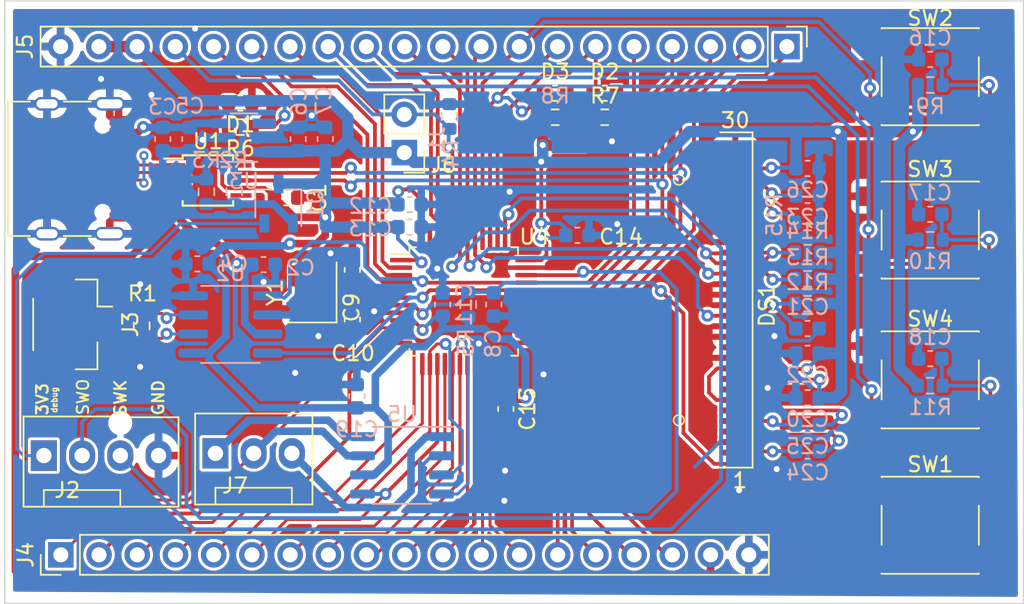
<source format=kicad_pcb>
(kicad_pcb (version 20211014) (generator pcbnew)
  (layers (0 "F.Cu" signal) (31 "B.Cu" signal) (34 "B.Paste" user) (35 "F.Paste" user) (36 "B.SilkS" user "B.Silkscreen") (37 "F.SilkS" user "F.Silkscreen") (38 "B.Mask" user) (39 "F.Mask" user) (44 "Edge.Cuts" user))
  (net 0 "")
  (net 1 "+3.3V")
  (net 2 "GND")
  (net 3 "VBUS")
  (net 4 "/STM32_MinimumSystem/NRST")
  (net 5 "/STM32_MinimumSystem/OSC_IN")
  (net 6 "/STM32_MinimumSystem/OSC_OUT")
  (net 7 "/STM32_MinimumSystem/PB4")
  (net 8 "/STM32_MinimumSystem/PB8")
  (net 9 "/STM32_MinimumSystem/PB9")
  (net 10 "Net-(D1-Pad2)")
  (net 11 "/STM32_MinimumSystem/PA15")
  (net 12 "Net-(D2-Pad2)")
  (net 13 "/STM32_MinimumSystem/PB3")
  (net 14 "Net-(D3-Pad2)")
  (net 16 "/PORT&POWER/D+")
  (net 17 "/PORT&POWER/D-")
  (net 21 "/PORT&POWER/3V3_DEBUG")
  (net 22 "/STM32_MinimumSystem/PA13")
  (net 23 "/STM32_MinimumSystem/PA14")
  (net 24 "/PORT&POWER/CAN+")
  (net 25 "/PORT&POWER/CAN-")
  (net 26 "/STM32_MinimumSystem/PA0")
  (net 27 "/STM32_MinimumSystem/PA1")
  (net 28 "/STM32_MinimumSystem/PA2")
  (net 29 "/STM32_MinimumSystem/PA3")
  (net 30 "/STM32_MinimumSystem/PA4")
  (net 31 "/STM32_MinimumSystem/PA5")
  (net 32 "/STM32_MinimumSystem/PA6")
  (net 33 "/STM32_MinimumSystem/PA7")
  (net 34 "/STM32_MinimumSystem/PB0")
  (net 35 "/STM32_MinimumSystem/PB1")
  (net 36 "/STM32_MinimumSystem/PB2")
  (net 37 "/STM32_MinimumSystem/PB10")
  (net 38 "/STM32_MinimumSystem/PB11")
  (net 39 "/STM32_MinimumSystem/PB12")
  (net 40 "/STM32_MinimumSystem/PB13")
  (net 41 "/STM32_MinimumSystem/PB14")
  (net 42 "/STM32_MinimumSystem/PB15")
  (net 43 "/STM32_MinimumSystem/PA8")
  (net 44 "/STM32_MinimumSystem/PA9")
  (net 45 "/STM32_MinimumSystem/PA10")
  (net 46 "/STM32_MinimumSystem/PA11")
  (net 47 "/STM32_MinimumSystem/PA12")
  (net 48 "/STM32_MinimumSystem/PB5")
  (net 49 "/STM32_MinimumSystem/PB6")
  (net 50 "/STM32_MinimumSystem/PB7")
  (net 51 "/STM32_MinimumSystem/PC13")
  (net 52 "/STM32_MinimumSystem/PC14")
  (net 53 "/STM32_MinimumSystem/PC15")
  (net 54 "/STM32_MinimumSystem/BOOT0")
  (net 55 "Net-(J7-Pad1)")
  (net 56 "Net-(J7-Pad3)")
  (net 57 "Net-(Q1-Pad1)")
  (net 62 "Net-(C23-Pad1)")
  (net 63 "Net-(C24-Pad1)")
  (net 64 "Net-(C24-Pad2)")
  (net 65 "Net-(C25-Pad1)")
  (net 66 "Net-(C25-Pad2)")
  (net 68 "Net-(DS1-Pad26)")
  (footprint "Connector_PinHeader_2.54mm:PinHeader_1x20_P2.54mm_Vertical" (layer "F.Cu") (at 204.575 62.95 -90)
    (fp_text reference "J5")
    (fp_text value "Conn_01x20" hide)
  )
  (footprint "Capacitor_SMD:C_0603_1608Metric" (layer "F.Cu") (at 168.25 66.7 180)
    (fp_text reference "D1")
    (fp_text value "LED")
  )
  (footprint "Connector_USB:USB_C_Receptacle_Palconn_UTC16-G" (layer "F.Cu") (at 157.65 71.075 -90)
    (fp_text reference "J1")
    (fp_text value "USB_C_Receptacle_USB2.0" hide)
  )
  (footprint "Capacitor_SMD:C_0603_1608Metric" (layer "F.Cu") (at 189.175 66.05)
    (fp_text reference "D3")
    (fp_text value "LED")
  )
  (footprint "Connector_PinHeader_2.54mm:PinHeader_1x19_P2.54mm_Vertical" (layer "F.Cu") (at 156.325 96.75 90)
    (fp_text reference "J4")
    (fp_text value "Conn_01x19" hide)
  )
  (footprint "Capacitor_SMD:C_0603_1608Metric" (layer "F.Cu") (at 175.7 77.8 90)
    (fp_text reference "C9")
    (fp_text value "18p")
  )
  (footprint "Capacitor_SMD:C_0603_1608Metric" (layer "F.Cu") (at 192.475 66.05)
    (fp_text reference "D2")
    (fp_text value "LED")
  )
  (footprint "Connector:FanPinHeader_1x03_P2.54mm_Vertical" (layer "F.Cu") (at 166.6 90)
    (fp_text reference "J7")
    (fp_text value "Conn_01x03" hide)
  )
  (footprint "Capacitor_SMD:C_0603_1608Metric" (layer "F.Cu") (at 185.9 87.05 -90)
    (fp_text reference "C15")
    (fp_text value "100n")
  )
  (footprint "Resistor_SMD:R_0603_1608Metric" (layer "F.Cu") (at 192.475 67.65)
    (fp_text reference "R7")
    (fp_text value "1k")
  )
  (footprint "Connector_JST:JST_GH_SM02B-GHS-TB_1x02-1MP_P1.25mm_Horizontal" (layer "F.Cu") (at 157.05 81.425 -90)
    (fp_text reference "J3")
    (fp_text value "Conn_01x02")
  )
  (footprint "Button_Switch_SMD:SW_Push_1P1T_NO_6x6mm_H9.5mm" (layer "F.Cu") (at 214.1 75.15)
    (fp_text reference "SW3")
    (fp_text value "SW_Push" hide)
  )
  (footprint "Capacitor_SMD:C_0603_1608Metric" (layer "F.Cu") (at 175.7 81.1 90)
    (fp_text reference "C10")
    (fp_text value "18p")
  )
  (footprint "Resistor_SMD:R_0603_1608Metric" (layer "F.Cu") (at 168.25 68.3 180)
    (fp_text reference "R6")
    (fp_text value "1k")
  )
  (footprint "Resistor_SMD:R_0603_1608Metric" (layer "F.Cu") (at 161.7 81.525 90)
    (fp_text reference "R1")
    (fp_text value "120")
  )
  (footprint "Package_QFP:LQFP-48_7x7mm_P0.5mm" (layer "F.Cu") (at 183.1 79.9)
    (fp_text reference "U4")
    (fp_text value "STM32F103C8Tx")
  )
  (footprint "Crystal:Crystal_SMD_3225-4Pin_3.2x2.5mm" (layer "F.Cu") (at 173 79.3 90)
    (fp_text reference "Y1")
    (fp_text value "Crystal_GND24")
  )
  (footprint "Button_Switch_SMD:SW_Push_1P1T_NO_6x6mm_H9.5mm" (layer "F.Cu") (at 214.1 85.115)
    (fp_text reference "SW4")
    (fp_text value "SW_Push" hide)
  )
  (footprint "Button_Switch_SMD:SW_Push_1P1T_NO_6x6mm_H9.5mm" (layer "F.Cu") (at 214.1 64.95)
    (fp_text reference "SW2")
    (fp_text value "SW_Push" hide)
  )
  (footprint "Package_SO:MSOP-10_3x3mm_P0.5mm" (layer "F.Cu") (at 166.1 71.85)
    (fp_text reference "U1")
    (fp_text value "CH340E")
  )
  (footprint "Connector:FanPinHeader_1x04_P2.54mm_Vertical" (layer "F.Cu") (at 155.2 90.15)
    (fp_text reference "J2")
    (fp_text value "Conn_01x04" hide)
  )
  (footprint "Button_Switch_SMD:SW_Push_1P1T_NO_6x6mm_H9.5mm" (layer "F.Cu") (at 214.1 94.785)
    (fp_text reference "SW1")
    (fp_text value "SW_Push" hide)
  )
  (footprint "Capacitor_SMD:C_0603_1608Metric" (layer "F.Cu") (at 171.3 73)
    (fp_text reference "C1")
    (fp_text value "100n")
  )
  (footprint "Display:OLED-128O064D" (layer "F.Cu") (at 201.145 79.8 90)
    (fp_text reference "DS1")
    (fp_text value "OLED-128O064D")
  )
  (footprint "Connector_PinHeader_2.54mm:PinHeader_1x02_P2.54mm_Vertical" (layer "F.Cu") (at 179.15 70 180)
    (fp_text reference "J6")
    (fp_text value "Conn_01x02")
  )
  (footprint "Resistor_SMD:R_0603_1608Metric" (layer "F.Cu") (at 189.175 67.65)
    (fp_text reference "R8")
    (fp_text value "1k")
  )
  (footprint "Capacitor_SMD:C_0603_1608Metric" (layer "B.Cu") (at 214.1 74.1 180)
    (fp_text reference "C17")
    (fp_text value "100n")
  )
  (footprint "Package_SO:SOP-8_3.9x4.9mm_P1.27mm" (layer "B.Cu") (at 179 90.8 180)
    (fp_text reference "U5")
    (fp_text value "AD8400ARZ50" hide)
  )
  (footprint "Resistor_SMD:R_0603_1608Metric" (layer "B.Cu") (at 182.15 67.6 90)
    (fp_text reference "R4")
    (fp_text value "10k")
  )
  (footprint "Capacitor_SMD:C_0603_1608Metric" (layer "B.Cu") (at 214.1 63.8 180)
    (fp_text reference "C16")
    (fp_text value "100n")
  )
  (footprint "Package_TO_SOT_SMD:TSOT-23" (layer "B.Cu") (at 170.8 73.4 90)
    (fp_text reference "Q1")
    (fp_text value "Q_PMOS_GSD")
  )
  (footprint "Capacitor_SMD:C_0603_1608Metric" (layer "B.Cu") (at 185.1 80.1 -90)
    (fp_text reference "C8")
    (fp_text value "100n")
  )
  (footprint "Capacitor_SMD:C_0603_1608Metric" (layer "B.Cu") (at 205.95 83.35)
    (fp_text reference "C22")
    (fp_text value "1u")
  )
  (footprint "Resistor_SMD:R_0603_1608Metric" (layer "B.Cu") (at 205.95 80.05 180)
    (fp_text reference "R12")
    (fp_text value "10k")
  )
  (footprint "Resistor_SMD:R_0603_1608Metric" (layer "B.Cu") (at 214.1 75.8)
    (fp_text reference "R10")
    (fp_text value "1k")
  )
  (footprint "Resistor_SMD:R_0603_1608Metric" (layer "B.Cu") (at 205.95 78.4 180)
    (fp_text reference "R13")
    (fp_text value "4.7k")
  )
  (footprint "Capacitor_SMD:C_0603_1608Metric" (layer "B.Cu") (at 165.4 77.4 180)
    (fp_text reference "C4")
    (fp_text value "100n")
  )
  (footprint "Capacitor_SMD:C_0603_1608Metric" (layer "B.Cu") (at 172.1 69.1 90)
    (fp_text reference "C6")
    (fp_text value "10u")
  )
  (footprint "Resistor_SMD:R_0603_1608Metric" (layer "B.Cu") (at 166 72.6 90)
    (fp_text reference "R3")
    (fp_text value "10k")
  )
  (footprint "Resistor_SMD:R_0603_1608Metric" (layer "B.Cu") (at 214.1 85.5)
    (fp_text reference "R11")
    (fp_text value "1k")
  )
  (footprint "Resistor_SMD:R_0603_1608Metric" (layer "B.Cu") (at 205.95 76.65 180)
    (fp_text reference "R14")
    (fp_text value "4.7k")
  )
  (footprint "Capacitor_SMD:C_0603_1608Metric" (layer "B.Cu") (at 205.95 89.85)
    (fp_text reference "C24")
    (fp_text value "1u")
  )
  (footprint "Resistor_SMD:R_0603_1608Metric" (layer "B.Cu") (at 183.4 80.1 -90)
    (fp_text reference "R5")
    (fp_text value "10k")
  )
  (footprint "Capacitor_SMD:C_0603_1608Metric" (layer "B.Cu") (at 205.95 71.05)
    (fp_text reference "C26")
    (fp_text value "2.2u")
  )
  (footprint "Capacitor_SMD:C_0603_1608Metric" (layer "B.Cu") (at 163.1 69.1 -90)
    (fp_text reference "C3")
    (fp_text value "10u")
  )
  (footprint "Resistor_SMD:R_0603_1608Metric" (layer "B.Cu") (at 167.85 72.6 -90)
    (fp_text reference "R2")
    (fp_text value "1k")
  )
  (footprint "Package_SO:SOIC-8_3.9x4.9mm_P1.27mm" (layer "B.Cu") (at 167.6 81.425 180)
    (fp_text reference "U2")
    (fp_text value "TJA1051T-3")
  )
  (footprint "Capacitor_SMD:C_0603_1608Metric" (layer "B.Cu") (at 205.95 81.7 180)
    (fp_text reference "C21")
    (fp_text value "1u")
  )
  (footprint "Capacitor_SMD:C_0603_1608Metric" (layer "B.Cu") (at 205.95 88.1)
    (fp_text reference "C25")
    (fp_text value "1u")
  )
  (footprint "Package_TO_SOT_SMD:SOT-23-5_HandSoldering" (layer "B.Cu") (at 168.5 69)
    (fp_text reference "U3")
    (fp_text value "HX9193")
  )
  (footprint "Capacitor_SMD:C_0603_1608Metric" (layer "B.Cu") (at 169.8 77.45)
    (fp_text reference "C2")
    (fp_text value "100n")
  )
  (footprint "Capacitor_SMD:C_0603_1608Metric" (layer "B.Cu") (at 214.1 83.7 180)
    (fp_text reference "C18")
    (fp_text value "100n")
  )
  (footprint "Capacitor_SMD:C_0603_1608Metric" (layer "B.Cu") (at 179.5 73.45)
    (fp_text reference "C12")
    (fp_text value "100n")
  )
  (footprint "Resistor_SMD:R_0603_1608Metric" (layer "B.Cu") (at 205.95 74.65 180)
    (fp_text reference "R15")
    (fp_text value "910k")
  )
  (footprint "Capacitor_SMD:C_0603_1608Metric" (layer "B.Cu") (at 173.9 69.1 90)
    (fp_text reference "C7")
    (fp_text value "100n")
  )
  (footprint "Capacitor_SMD:C_0603_1608Metric" (layer "B.Cu") (at 205.95 72.85)
    (fp_text reference "C23")
    (fp_text value "4.7u")
  )
  (footprint "Capacitor_SMD:C_0603_1608Metric" (layer "B.Cu") (at 176 86.2 90)
    (fp_text reference "C19")
    (fp_text value "100n")
  )
  (footprint "Capacitor_SMD:C_0603_1608Metric" (layer "B.Cu") (at 179.5 74.95)
    (fp_text reference "C13")
    (fp_text value "100n")
  )
  (footprint "Capacitor_SMD:C_0603_1608Metric" (layer "B.Cu") (at 164.9 69.1 -90)
    (fp_text reference "C5")
    (fp_text value "100n")
  )
  (footprint "Resistor_SMD:R_0603_1608Metric" (layer "B.Cu") (at 214.1 65.5)
    (fp_text reference "R9")
    (fp_text value "1k")
  )
  (footprint "Capacitor_SMD:C_0603_1608Metric" (layer "B.Cu") (at 205.95 86.3)
    (fp_text reference "C20")
    (fp_text value "1u")
  )
  (footprint "Capacitor_SMD:C_0603_1608Metric" (layer "B.Cu") (at 181.7 80.1 90)
    (fp_text reference "C11")
    (fp_text value "100n")
  )
  (footprint "Capacitor_SMD:C_0603_1608Metric" (layer "B.Cu") (at 190.65 75.5)
    (fp_text reference "C14")
    (fp_text value "100n")
  )
  (gr_line (start 220.3 100) (end 220.3 59.9) (layer "Edge.Cuts") (width 0.1))
  (gr_line (start 220.3 59.9) (end 152.6 59.9) (layer "Edge.Cuts") (width 0.1))
  (gr_line (start 152.6 59.9) (end 152.6 100) (layer "Edge.Cuts") (width 0.1))
  (gr_line (start 152.6 100) (end 220.3 100) (layer "Edge.Cuts") (width 0.1))
  (gr_text "3V3\n" (at 155.1 86.4 90) (layer "F.SilkS") (effects (font (size 0.762 0.762))))
  (gr_text "GND\n" (at 162.8 86.3 90) (layer "F.SilkS") (effects (font (size 0.762 0.762))))
  (gr_text "30" (at 201.15 67.85) (layer "F.SilkS") (effects (font (size 1 1))))
  (gr_text "1" (at 201.45 91.8) (layer "F.SilkS") (effects (font (size 1 1))))
  (gr_text "SWO\n" (at 157.8 86.25 90) (layer "F.SilkS") (effects (font (size 0.762 0.762) (thickness 0.127))))
  (gr_text "debug" (at 155.9 86.45 90) (layer "F.SilkS") (effects (font (size 0.381 0.381) (thickness 0.09525))))
  (gr_text "SWK\n\n" (at 160.9 86.3 90) (layer "F.SilkS") (effects (font (size 0.762 0.762))))
  (segment (start 170.431085 68.3) (end 171.197965 67.53312) (width 0.254) (layer "F.Cu") (net 1))
  (segment (start 171.55 76.05) (end 173.35 76.05) (width 0.508) (layer "F.Cu") (net 1))
  (segment (start 179.743514 81.15) (end 178.9375 81.15) (width 0.254) (layer "F.Cu") (net 1))
  (segment (start 171.825 74.3) (end 173.9 74.3) (width 0.508) (layer "F.Cu") (net 1))
  (segment (start 213 68.55) (end 212.95 68.6) (width 0.762) (layer "F.Cu") (net 1))
  (segment (start 180.35 81.756486) (end 179.743514 81.15) (width 0.254) (layer "F.Cu") (net 1))
  (segment (start 185.9 86.275) (end 187.175 86.275) (width 0.762) (layer "F.Cu") (net 1))
  (segment (start 204.6 84.4) (end 203.15 82.95) (width 0.254) (layer "F.Cu") (net 1))
  (segment (start 170.525 73) (end 169.875 72.35) (width 0.254) (layer "F.Cu") (net 1))
  (segment (start 188.35 67.65) (end 188.35 70.35) (width 0.762) (layer "F.Cu") (net 1))
  (segment (start 201.145 71.05) (end 203.5 71.05) (width 0.254) (layer "F.Cu") (net 1))
  (segment (start 191.15 69.5) (end 191.65 69) (width 0.762) (layer "F.Cu") (net 1))
  (segment (start 199.4 85.959) (end 199.891 86.45) (width 0.254) (layer "F.Cu") (net 1))
  (segment (start 188.25 77.15) (end 187.2625 77.15) (width 0.25) (layer "F.Cu") (net 1))
  (segment (start 188.35 70.35) (end 188.25 70.45) (width 0.254) (layer "F.Cu") (net 1))
  (segment (start 178.75 72.45) (end 178.75 72.5745) (width 0.254) (layer "F.Cu") (net 1))
  (segment (start 167.45 70.85) (end 168.3 70.85) (width 0.254) (layer "F.Cu") (net 1))
  (segment (start 170.525 73) (end 171.825 74.3) (width 0.508) (layer "F.Cu") (net 1))
  (segment (start 169.875 72.35) (end 168.3 72.35) (width 0.254) (layer "F.Cu") (net 1))
  (segment (start 178.9375 77.15) (end 180.15 77.15) (width 0.254) (layer "F.Cu") (net 1))
  (segment (start 188.25 74.7) (end 188.25 70.6) (width 0.25) (layer "F.Cu") (net 1))
  (segment (start 168.3 72.35) (end 167.296 72.35) (width 0.254) (layer "F.Cu") (net 1))
  (segment (start 180.35 81.8) (end 180.35 81.756486) (width 0.254) (layer "F.Cu") (net 1))
  (segment (start 180.15 77.15) (end 180.3 77.3) (width 0.254) (layer "F.Cu") (net 1))
  (segment (start 199.95 84.35) (end 199.4 84.9) (width 0.254) (layer "F.Cu") (net 1))
  (segment (start 188.25 75.6755) (end 188.6 76.0255) (width 0.25) (layer "F.Cu") (net 1))
  (segment (start 207.962701 68.587299) (end 207.975402 68.6) (width 0.762) (layer "F.Cu") (net 1))
  (segment (start 203.6 84.35) (end 201.145 84.35) (width 0.254) (layer "F.Cu") (net 1))
  (segment (start 167.05 71.25) (end 167.45 70.85) (width 0.254) (layer "F.Cu") (net 1))
  (segment (start 173.9 75.5) (end 173.9 74.3) (width 0.508) (layer "F.Cu") (net 1))
  (segment (start 205.9 84.4) (end 204.6 84.4) (width 0.254) (layer "F.Cu") (net 1))
  (segment (start 173.35 76.05) (end 173.9 75.5) (width 0.508) (layer "F.Cu") (net 1))
  (segment (start 201.145 84.35) (end 199.95 84.35) (width 0.254) (layer "F.Cu") (net 1))
  (segment (start 199.4 84.9) (end 199.4 85.959) (width 0.254) (layer "F.Cu") (net 1))
  (segment (start 180.35 73.2) (end 179.6 72.45) (width 0.254) (layer "F.Cu") (net 1))
  (segment (start 188.6 76.0255) (end 188.6 76.8) (width 0.25) (layer "F.Cu") (net 1))
  (segment (start 187.175 86.275) (end 187.2 86.3) (width 0.25) (layer "F.Cu") (net 1))
  (segment (start 185.9 84.1125) (end 185.85 84.0625) (width 0.25) (layer "F.Cu") (net 1))
  (segment (start 180.35 75.7375) (end 180.35 73.2) (width 0.254) (layer "F.Cu") (net 1))
  (segment (start 185.9 86.275) (end 185.9 84.1125) (width 0.25) (layer "F.Cu") (net 1))
  (segment (start 203.5 71.05) (end 203.55 71) (width 0.254) (layer "F.Cu") (net 1))
  (segment (start 199.891 86.45) (end 201.145 86.45) (width 0.254) (layer "F.Cu") (net 1))
  (segment (start 203.15 82.95) (end 201.145 82.95) (width 0.254) (layer "F.Cu") (net 1))
  (segment (start 169.075 68.3) (end 170.431085 68.3) (width 0.254) (layer "F.Cu") (net 1))
  (segment (start 167.296 72.35) (end 167.05 72.104) (width 0.254) (layer "F.Cu") (net 1))
  (segment (start 204.35 85.1) (end 203.6 84.35) (width 0.254) (layer "F.Cu") (net 1))
  (segment (start 206.75 85.1) (end 204.35 85.1) (width 0.254) (layer "F.Cu") (net 1))
  (segment (start 188.25 70.45) (end 188.25 70.6) (width 0.254) (layer "F.Cu") (net 1))
  (segment (start 179.6 72.45) (end 178.75 72.45) (width 0.254) (layer "F.Cu") (net 1))
  (segment (start 167.05 72.104) (end 167.05 71.25) (width 0.254) (layer "F.Cu") (net 1))
  (segment (start 188.35 69.5) (end 191.15 69.5) (width 0.762) (layer "F.Cu") (net 1))
  (segment (start 191.65 69) (end 191.65 67.65) (width 0.762) (layer "F.Cu") (net 1))
  (segment (start 188.6 76.8) (end 188.25 77.15) (width 0.25) (layer "F.Cu") (net 1))
  (segment (start 207.975402 68.6) (end 212.95 68.6) (width 0.762) (layer "F.Cu") (net 1))
  (segment (start 158.855 62.95) (end 161.395 62.95) (width 0.762) (layer "F.Cu") (net 1))
  (via (at 212.95 68.6) (size 0.8) (drill 0.4) (layers "F.Cu" "B.Cu") (net 1))
  (via (at 203.55 71) (size 0.8) (drill 0.4) (layers "F.Cu" "B.Cu") (net 1))
  (via (at 188.25 75.6755) (size 0.8) (drill 0.4) (layers "F.Cu" "B.Cu") (net 1))
  (via (at 205.9 84.4) (size 0.8) (drill 0.4) (layers "F.Cu" "B.Cu") (net 1))
  (via (at 171.197965 67.53312) (size 0.8) (drill 0.4) (layers "F.Cu" "B.Cu") (net 1))
  (via (at 180.371757 81.8) (size 0.8) (drill 0.4) (layers "F.Cu" "B.Cu") (net 1))
  (via (at 188.35 69.5) (size 0.8) (drill 0.4) (layers "F.Cu" "B.Cu") (net 1))
  (via (at 207.962701 68.587299) (size 0.8) (drill 0.4) (layers "F.Cu" "B.Cu") (net 1))
  (via (at 187.2 86.3) (size 0.8) (drill 0.4) (layers "F.Cu" "B.Cu") (net 1))
  (via (at 188.25 70.6) (size 0.8) (drill 0.4) (layers "F.Cu" "B.Cu") (net 1))
  (via (at 171.55 76.05) (size 0.8) (drill 0.4) (layers "F.Cu" "B.Cu") (net 1))
  (via (at 206.75 85.1) (size 0.8) (drill 0.4) (layers "F.Cu" "B.Cu") (net 1))
  (via (at 178.75 72.5745) (size 0.8) (drill 0.4) (layers "F.Cu" "B.Cu") (net 1))
  (via (at 188.25 74.7) (size 0.8) (drill 0.4) (layers "F.Cu" "B.Cu") (net 1))
  (via (at 180.3 77.3) (size 0.8) (drill 0.4) (layers "F.Cu" "B.Cu") (net 1))
  (via (at 173.9 74.3) (size 0.8) (drill 0.4) (layers "F.Cu" "B.Cu") (net 1))
  (segment (start 178.725 75.725) (end 178.725 74.95) (width 0.254) (layer "B.Cu") (net 1))
  (segment (start 167.15 76.2) (end 171.4 76.2) (width 0.508) (layer "B.Cu") (net 1))
  (segment (start 206.725 85.125) (end 206.725 86.3) (width 0.254) (layer "B.Cu") (net 1))
  (segment (start 188.35 70.5) (end 188.25 70.6) (width 0.762) (layer "B.Cu") (net 1))
  (segment (start 186.15 82.4) (end 187.2 83.45) (width 0.508) (layer "B.Cu") (net 1))
  (segment (start 183.439363 81.710637) (end 183.439363 80.964363) (width 0.508) (layer "B.Cu") (net 1))
  (segment (start 184.460637 81.710637) (end 185.15 82.4) (width 0.508) (layer "B.Cu") (net 1))
  (segment (start 178.725 72.5995) (end 178.75 72.5745) (width 0.254) (layer "B.Cu") (net 1))
  (segment (start 196.056 70.644) (end 198.1 68.6) (width 0.762) (layer "B.Cu") (net 1))
  (segment (start 173.9 74.9) (end 173.9 73.35) (width 0.762) (layer "B.Cu") (net 1))
  (segment (start 188.25 74.7) (end 189.55 74.7) (width 0.25) (layer "B.Cu") (net 1))
  (segment (start 171.197965 67.53312) (end 171.2 67.531085) (width 0.254) (layer "B.Cu") (net 1))
  (segment (start 166.17 83.77) (end 169.375 86.975) (width 0.508) (layer "B.Cu") (net 1))
  (segment (start 208.2 76.8) (end 208.2 77.45) (width 0.762) (layer "B.Cu") (net 1))
  (segment (start 189.6995 75.6755) (end 189.875 75.5) (width 0.25) (layer "B.Cu") (net 1))
  (segment (start 177.225 84.875) (end 179.2 82.9) (width 0.508) (layer "B.Cu") (net 1))
  (segment (start 206.725 86.3) (end 207.8 86.3) (width 0.762) (layer "B.Cu") (net 1))
  (segment (start 173.9 69.875) (end 173.9 71.5) (width 0.762) (layer "B.Cu") (net 1))
  (segment (start 207.8 86.3) (end 208.2 85.9) (width 0.762) (layer "B.Cu") (net 1))
  (segment (start 208.2 85.9) (end 208.2 83.4) (width 0.762) (layer "B.Cu") (net 1))
  (segment (start 208.15 83.35) (end 208.2 83.4) (width 0.762) (layer "B.Cu") (net 1))
  (segment (start 175.4 69.15) (end 175.4 67.7) (width 0.762) (layer "B.Cu") (net 1))
  (segment (start 167.3 78.525) (end 167.3 82.2) (width 0.508) (layer "B.Cu") (net 1))
  (segment (start 204.75 68.6) (end 205.3 68.6) (width 0.762) (layer "B.Cu") (net 1))
  (segment (start 208.2 80.3) (end 208.2 80.55) (width 0.762) (layer "B.Cu") (net 1))
  (segment (start 176.375 91.435) (end 177.165 91.435) (width 0.508) (layer "B.Cu") (net 1))
  (segment (start 212.05 76.05) (end 212.05 84.275) (width 0.762) (layer "B.Cu") (net 1))
  (segment (start 180.3 77.3) (end 178.725 75.725) (width 0.254) (layer "B.Cu") (net 1))
  (segment (start 173.31 72.09) (end 173.39 72.09) (width 0.762) (layer "B.Cu") (net 1))
  (segment (start 198.1 68.6) (end 204.75 68.6) (width 0.762) (layer "B.Cu") (net 1))
  (segment (start 207.962701 68.587299) (end 208.2 68.824598) (width 0.762) (layer "B.Cu") (net 1))
  (segment (start 166.175 77.4) (end 166.175 77.175) (width 0.508) (layer "B.Cu") (net 1))
  (segment (start 207.95 80.05) (end 208.2 80.3) (width 0.762) (layer "B.Cu") (net 1))
  (segment (start 173.39 72.09) (end 173.9 72.6) (width 0.762) (layer "B.Cu") (net 1))
  (segment (start 188.206 70.644) (end 187.744 70.644) (width 0.762) (layer "B.Cu") (net 1))
  (segment (start 175.4 69.15) (end 176.25 70) (width 0.762) (layer "B.Cu") (net 1))
  (segment (start 181.7 81.710637) (end 181.7 80.875) (width 0.508) (layer "B.Cu") (net 1))
  (segment (start 206.55 68.55) (end 206.587299 68.587299) (width 0.762) (layer "B.Cu") (net 1))
  (segment (start 181.275 80.875) (end 181.7 80.875) (width 0.254) (layer "B.Cu") (net 1))
  (segment (start 206.775 80.05) (end 207.95 80.05) (width 0.762) (layer "B.Cu") (net 1))
  (segment (start 179.794 70.644) (end 179.15 70) (width 0.762) (layer "B.Cu") (net 1))
  (segment (start 212.05 69.5) (end 212.05 75.2) (width 0.762) (layer "B.Cu") (net 1))
  (segment (start 189.55 74.7) (end 189.875 75.025) (width 0.25) (layer "B.Cu") (net 1))
  (segment (start 206.725 83.575) (end 206.725 83.35) (width 0.254) (layer "B.Cu") (net 1))
  (segment (start 206.775 78.4) (end 208.2 78.4) (width 0.762) (layer "B.Cu") (net 1))
  (segment (start 177.225 86.975) (end 177.225 84.875) (width 0.508) (layer "B.Cu") (net 1))
  (segment (start 170.05 66.55) (end 171.2 66.55) (width 0.762) (layer "B.Cu") (net 1))
  (segment (start 205.175 68.725) (end 205.3 68.6) (width 0.762) (layer "B.Cu") (net 1))
  (segment (start 173.9 72.2) (end 173.9 72.6) (width 0.762) (layer "B.Cu") (net 1))
  (segment (start 169.55 66.55) (end 170.05 66.55) (width 0.762) (layer "B.Cu") (net 1))
  (segment (start 171.2 66.55) (end 174.25 66.55) (width 0.762) (layer "B.Cu") (net 1))
  (segment (start 188.25 70.6) (end 188.206 70.644) (width 0.762) (layer "B.Cu") (net 1))
  (segment (start 173.9 69.875) (end 174.675 69.875) (width 0.762) (layer "B.Cu") (net 1))
  (segment (start 180.510637 82.9) (end 181.7 81.710637) (width 0.508) (layer "B.Cu") (net 1))
  (segment (start 173.79 72.09) (end 173.9 72.2) (width 0.762) (layer "B.Cu") (net 1))
  (segment (start 207.95 68.6) (end 207.962701 68.587299) (width 0.762) (layer "B.Cu") (net 1))
  (segment (start 176.25 70) (end 179.15 70) (width 0.762) (layer "B.Cu") (net 1))
  (segment (start 206.75 85.1) (end 206.725 85.125) (width 0.254) (layer "B.Cu") (net 1))
  (segment (start 166.175 77.175) (end 167.15 76.2) (width 0.508) (layer "B.Cu") (net 1))
  (segment (start 212.05 75.2) (end 212.05 76.05) (width 0.762) (layer "B.Cu") (net 1))
  (segment (start 212.95 68.6) (end 212.05 69.5) (width 0.762) (layer "B.Cu") (net 1))
  (segment (start 205.125 71) (end 205.175 71.05) (width 0.254) (layer "B.Cu") (net 1))
  (segment (start 208.05 76.65) (end 208.2 76.8) (width 0.762) (layer "B.Cu") (net 1))
  (segment (start 171.2 67.531085) (end 171.2 66.55) (width 0.254) (layer "B.Cu") (net 1))
  (segment (start 206.725 83.35) (end 208.15 83.35) (width 0.762) (layer "B.Cu") (net 1))
  (segment (start 170.8 72.09) (end 172.71 72.09) (width 0.762) (layer "B.Cu") (net 1))
  (segment (start 183.439363 80.964363) (end 183.4 80.925) (width 0.508) (layer "B.Cu") (net 1))
  (segment (start 166.17 83.33) (end 165.125 83.33) (width 0.508) (layer "B.Cu") (net 1))
  (segment (start 183.439363 81.710637) (end 184.460637 81.710637) (width 0.508) (layer "B.Cu") (net 1))
  (segment (start 173.31 72.09) (end 173.9 71.5) (width 0.762) (layer "B.Cu") (net 1))
  (segment (start 189.875 75.025) (end 189.875 75.5) (width 0.25) (layer "B.Cu") (net 1))
  (segment (start 208.2 80.55) (end 208.2 83.4) (width 0.762) (layer "B.Cu") (net 1))
  (segment (start 166.17 83.33) (end 166.17 83.77) (width 0.508) (layer "B.Cu") (net 1))
  (segment (start 206.587299 68.587299) (end 207.962701 68.587299) (width 0.762) (layer "B.Cu") (net 1))
  (segment (start 173.9 72.6) (end 173.9 73.35) (width 0.762) (layer "B.Cu") (net 1))
  (segment (start 172.71 72.09) (end 173.31 72.09) (width 0.762) (layer "B.Cu") (net 1))
  (segment (start 187.2 83.45) (end 187.2 86.3) (width 0.508) (layer "B.Cu") (net 1))
  (segment (start 181.7 81.710637) (end 183.439363 81.710637) (width 0.508) (layer "B.Cu") (net 1))
  (segment (start 172.71 72.09) (end 173.79 72.09) (width 0.762) (layer "B.Cu") (net 1))
  (segment (start 164.995 66.55) (end 169.55 66.55) (width 0.762) (layer "B.Cu") (net 1))
  (segment (start 188.35 69.5) (end 188.35 70.5) (width 0.762) (layer "B.Cu") (net 1))
  (segment (start 212.3 75.8) (end 212.05 76.05) (width 0.762) (layer "B.Cu") (net 1))
  (segment (start 178.725 73.45) (end 178.725 72.5995) (width 0.254) (layer "B.Cu") (net 1))
  (segment (start 174.675 69.875) (end 175.4 69.15) (width 0.762) (layer "B.Cu") (net 1))
  (segment (start 175.4 67.7) (end 174.25 66.55) (width 0.762) (layer "B.Cu") (net 1))
  (segment (start 205.3 68.6) (end 207.95 68.6) (width 0.762) (layer "B.Cu") (net 1))
  (segment (start 188.25 75.6755) (end 189.6995 75.6755) (width 0.25) (layer "B.Cu") (net 1))
  (segment (start 177.165 91.435) (end 178.075 90.525) (width 0.508) (layer "B.Cu") (net 1))
  (segment (start 187.744 70.644) (end 179.794 70.644) (width 0.762) (layer "B.Cu") (net 1))
  (segment (start 178.625 73.35) (end 178.725 73.45) (width 0.762) (layer "B.Cu") (net 1))
  (segment (start 208.2 77.45) (end 208.2 78.4) (width 0.762) (layer "B.Cu") (net 1))
  (segment (start 171.4 76.2) (end 171.55 76.05) (width 0.508) (layer "B.Cu") (net 1))
  (segment (start 167.3 82.2) (end 166.17 83.33) (width 0.508) (layer "B.Cu") (net 1))
  (segment (start 176 86.975) (end 177.225 86.975) (width 0.508) (layer "B.Cu") (net 1))
  (segment (start 180.35 81.8) (end 181.275 80.875) (width 0.254) (layer "B.Cu") (net 1))
  (segment (start 205.175 71.05) (end 205.175 68.725) (width 0.762) (layer "B.Cu") (net 1))
  (segment (start 208.2 78.4) (end 208.2 80.3) (width 0.762) (layer "B.Cu") (net 1))
  (segment (start 178.075 87.825) (end 177.225 86.975) (width 0.508) (layer "B.Cu") (net 1))
  (segment (start 173.95 74.95) (end 173.9 74.9) (width 0.762) (layer "B.Cu") (net 1))
  (segment (start 212.05 84.275) (end 213.275 85.5) (width 0.762) (layer "B.Cu") (net 1))
  (segment (start 179.2 82.9) (end 180.510637 82.9) (width 0.508) (layer "B.Cu") (net 1))
  (segment (start 205.9 84.4) (end 206.725 83.575) (width 0.254) (layer "B.Cu") (net 1))
  (segment (start 173.9 73.35) (end 178.625 73.35) (width 0.762) (layer "B.Cu") (net 1))
  (segment (start 166.175 77.4) (end 167.3 78.525) (width 0.508) (layer "B.Cu") (net 1))
  (segment (start 208.2 68.824598) (end 208.2 76.8) (width 0.762) (layer "B.Cu") (net 1))
  (segment (start 213.275 65.5) (end 213.275 68.275) (width 0.762) (layer "B.Cu") (net 1))
  (segment (start 178.725 74.95) (end 173.95 74.95) (width 0.762) (layer "B.Cu") (net 1))
  (segment (start 173.9 71.5) (end 173.9 72.2) (width 0.762) (layer "B.Cu") (net 1))
  (segment (start 169.375 86.975) (end 176 86.975) (width 0.508) (layer "B.Cu") (net 1))
  (segment (start 183.35 80.875) (end 183.4 80.925) (width 0.254) (layer "B.Cu") (net 1))
  (segment (start 172.025 69.95) (end 172.1 69.875) (width 0.508) (layer "B.Cu") (net 1))
  (segment (start 169.85 69.95) (end 172.025 69.95) (width 0.762) (layer "B.Cu") (net 1))
  (segment (start 206.775 76.65) (end 208.05 76.65) (width 0.762) (layer "B.Cu") (net 1))
  (segment (start 213.275 75.8) (end 212.3 75.8) (width 0.762) (layer "B.Cu") (net 1))
  (segment (start 213.275 68.275) (end 212.95 68.6) (width 0.762) (layer "B.Cu") (net 1))
  (segment (start 161.395 62.95) (end 164.995 66.55) (width 0.762) (layer "B.Cu") (net 1))
  (segment (start 178.075 90.525) (end 178.075 87.825) (width 0.508) (layer "B.Cu") (net 1))
  (segment (start 187.744 70.644) (end 196.056 70.644) (width 0.762) (layer "B.Cu") (net 1))
  (segment (start 185.15 82.4) (end 186.15 82.4) (width 0.508) (layer "B.Cu") (net 1))
  (segment (start 203.55 71) (end 205.125 71) (width 0.254) (layer "B.Cu") (net 1))
  (segment (start 172.1 69.875) (end 173.9 69.875) (width 0.762) (layer "B.Cu") (net 1))
  (segment (start 185.35 83.259315) (end 184.790685 82.7) (width 0.25) (layer "F.Cu") (net 2))
  (segment (start 203.558604 91.05) (end 203.9 91.05) (width 0.25) (layer "F.Cu") (net 2))
  (segment (start 201.145 89.95) (end 202.458604 89.95) (width 0.25) (layer "F.Cu") (net 2))
  (segment (start 185.35 84.0625) (end 185.35 83.259315) (width 0.25) (layer "F.Cu") (net 2))
  (segment (start 181.341859 77.316554) (end 180.85 76.824695) (width 0.25) (layer "F.Cu") (net 2))
  (segment (start 202.458604 89.95) (end 203.558604 91.05) (width 0.25) (layer "F.Cu") (net 2))
  (segment (start 178.9375 80.65) (end 177.25 80.65) (width 0.25) (layer "F.Cu") (net 2))
  (segment (start 180.85 76.824695) (end 180.85 75.7375) (width 0.25) (layer "F.Cu") (net 2))
  (segment (start 184.790685 82.7) (end 184.1 82.7) (width 0.25) (layer "F.Cu") (net 2))
  (segment (start 181.341859 77.714379) (end 181.341859 77.316554) (width 0.25) (layer "F.Cu") (net 2))
  (segment (start 177.25 80.65) (end 177.15 80.55) (width 0.25) (layer "F.Cu") (net 2))
  (via (at 185.85 91.15) (size 0.8) (drill 0.4) (layers "F.Cu" "B.Cu") (net 2))
  (via (at 161.6 84.25) (size 0.8) (drill 0.4) (layers "F.Cu" "B.Cu") (net 2))
  (via (at 186.15 72.6) (size 0.8) (drill 0.4) (layers "F.Cu" "B.Cu") (net 2))
  (via (at 192.95 69.25) (size 0.8) (drill 0.4) (layers "F.Cu" "B.Cu") (net 2))
  (via (at 203.3 85.65) (size 0.8) (drill 0.4) (layers "F.Cu" "B.Cu") (net 2))
  (via (at 173.45 82.2) (size 0.8) (drill 0.4) (layers "F.Cu" "B.Cu") (net 2))
  (via (at 184.1 82.7) (size 0.8) (drill 0.4) (layers "F.Cu" "B.Cu") (net 2))
  (via (at 181.341859 77.714379) (size 0.8) (drill 0.4) (layers "F.Cu" "B.Cu") (net 2))
  (via (at 159 65.1) (size 0.8) (drill 0.4) (layers "F.Cu" "B.Cu") (net 2))
  (via (at 171.9 84.65) (size 0.8) (drill 0.4) (layers "F.Cu" "B.Cu") (net 2))
  (via (at 161.6 78.75) (size 0.8) (drill 0.4) (layers "F.Cu" "B.Cu") (net 2))
  (via (at 193.3 74.75) (size 0.8) (drill 0.4) (layers "F.Cu" "B.Cu") (net 2))
  (via (at 165.25 61.75) (size 0.8) (drill 0.4) (layers "F.Cu" "B.Cu") (net 2))
  (via (at 203.9 91.05) (size 0.8) (drill 0.4) (layers "F.Cu" "B.Cu") (net 2))
  (via (at 169.8 78.6) (size 0.8) (drill 0.4) (layers "F.Cu" "B.Cu") (net 2))
  (via (at 174.25 76.7) (size 0.8) (drill 0.4) (layers "F.Cu" "B.Cu") (net 2))
  (via (at 162.35 66.15) (size 0.8) (drill 0.4) (layers "F.Cu" "B.Cu") (net 2))
  (via (at 188.4 84.75) (size 0.8) (drill 0.4) (layers "F.Cu" "B.Cu") (net 2))
  (via (at 185.8 93.15) (size 0.8) (drill 0.4) (layers "F.Cu" "B.Cu") (net 2))
  (via (at 177.15 80.55) (size 0.8) (drill 0.4) (layers "F.Cu" "B.Cu") (net 2))
  (via (at 201.4 92.45) (size 0.8) (drill 0.4) (layers "F.Cu" "B.Cu") (net 2))
  (via (at 173 67.5305) (size 0.8) (drill 0.4) (layers "F.Cu" "B.Cu") (net 2))
  (via (at 203.75 82.2) (size 0.8) (drill 0.4) (layers "F.Cu" "B.Cu") (net 2))
  (via (at 165.75 69.15) (size 0.8) (drill 0.4) (layers "F.Cu" "B.Cu") (net 2))
  (segment (start 180.3 90.85) (end 180.3 93.05) (width 0.25) (layer "B.Cu") (net 2))
  (segment (start 204.05 82.5) (end 203.75 82.2) (width 0.25) (layer "B.Cu") (net 2))
  (segment (start 172.1 68.325) (end 172.2055 68.325) (width 0.25) (layer "B.Cu") (net 2))
  (segment (start 206.725 81.7) (end 206.725 81.825) (width 0.25) (layer "B.Cu") (net 2))
  (segment (start 180.985 90.165) (end 180.3 90.85) (width 0.25) (layer "B.Cu") (net 2))
  (segment (start 173.7945 68.325) (end 173 67.5305) (width 0.25) (layer "B.Cu") (net 2))
  (segment (start 180.3 93.05) (end 181.05 93.8) (width 0.25) (layer "B.Cu") (net 2))
  (segment (start 206.725 81.825) (end 206.05 82.5) (width 0.25) (layer "B.Cu") (net 2))
  (segment (start 172.2055 68.325) (end 173 67.5305) (width 0.25) (layer "B.Cu") (net 2))
  (segment (start 181.05 93.8) (end 185.15 93.8) (width 0.25) (layer "B.Cu") (net 2))
  (segment (start 181.341859 77.714379) (end 181.7 78.07252) (width 0.25) (layer "B.Cu") (net 2))
  (segment (start 206.05 82.5) (end 204.05 82.5) (width 0.25) (layer "B.Cu") (net 2))
  (segment (start 181.625 90.165) (end 180.985 90.165) (width 0.25) (layer "B.Cu") (net 2))
  (segment (start 181.7 78.07252) (end 181.7 79.325) (width 0.25) (layer "B.Cu") (net 2))
  (segment (start 185.15 93.8) (end 185.8 93.15) (width 0.25) (layer "B.Cu") (net 2))
  (segment (start 173.9 68.325) (end 173.7945 68.325) (width 0.25) (layer "B.Cu") (net 2))
  (segment (start 168 77.35) (end 166.65 76) (width 0.508) (layer "F.Cu") (net 3))
  (segment (start 199 98.8) (end 154.3 98.8) (width 0.508) (layer "F.Cu") (net 3))
  (segment (start 159.253 73.302) (end 159.987 73.302) (width 0.254) (layer "F.Cu") (net 3))
  (segment (start 161.425 68.675) (end 161.8 68.3) (width 0.508) (layer "F.Cu") (net 3))
  (segment (start 199.505 98.295) (end 199 98.8) (width 0.508) (layer "F.Cu") (net 3))
  (segment (start 154.3 98.8) (end 153.309405 97.809405) (width 0.508) (layer "F.Cu") (net 3))
  (segment (start 153.309405 77.790595) (end 154.2 76.9) (width 0.508) (layer "F.Cu") (net 3))
  (segment (start 165.8 76) (end 163.275 73.475) (width 0.508) (layer "F.Cu") (net 3))
  (segment (start 161.975 75.925) (end 161.975 74.175) (width 0.508) (layer "F.Cu") (net 3))
  (segment (start 159.987 73.302) (end 160.16 73.475) (width 0.254) (layer "F.Cu") (net 3))
  (segment (start 158.35 72.399) (end 159.253 73.302) (width 0.254) (layer "F.Cu") (net 3))
  (segment (start 153.309405 97.809405) (end 153.309405 77.790595) (width 0.508) (layer "F.Cu") (net 3))
  (segment (start 158.45 69.651) (end 159.253 68.848) (width 0.254) (layer "F.Cu") (net 3))
  (segment (start 158.45 69.7) (end 158.45 69.651) (width 0.254) (layer "F.Cu") (net 3))
  (segment (start 161.975 74.175) (end 161.975 73.475) (width 0.508) (layer "F.Cu") (net 3))
  (segment (start 160.16 73.475) (end 161.525 73.475) (width 0.508) (layer "F.Cu") (net 3))
  (segment (start 161.975 74.175) (end 161.975 73.875) (width 0.508) (layer "F.Cu") (net 3))
  (segment (start 199.505 96.75) (end 199.505 98.295) (width 0.508) (layer "F.Cu") (net 3))
  (segment (start 159.985 68.85) (end 160.16 68.675) (width 0.25) (layer "F.Cu") (net 3))
  (segment (start 159.253 68.848) (end 159.987 68.848) (width 0.254) (layer "F.Cu") (net 3))
  (segment (start 161.975 73.925) (end 161.525 73.475) (width 0.508) (layer "F.Cu") (net 3))
  (segment (start 163.275 73.475) (end 162.375 73.475) (width 0.508) (layer "F.Cu") (net 3))
  (segment (start 154.2 76.9) (end 161 76.9) (width 0.508) (layer "F.Cu") (net 3))
  (segment (start 161 76.9) (end 161.975 75.925) (width 0.508) (layer "F.Cu") (net 3))
  (segment (start 166.65 76) (end 165.8 76) (width 0.508) (layer "F.Cu") (net 3))
  (segment (start 161.525 73.475) (end 161.975 73.475) (width 0.508) (layer "F.Cu") (net 3))
  (segment (start 158.45 69.7) (end 158.35 69.8) (width 0.254) (layer "F.Cu") (net 3))
  (segment (start 158.35 69.8) (end 158.35 72.399) (width 0.254) (layer "F.Cu") (net 3))
  (segment (start 160.16 68.675) (end 161.425 68.675) (width 0.508) (layer "F.Cu") (net 3))
  (segment (start 159.987 68.848) (end 160.16 68.675) (width 0.254) (layer "F.Cu") (net 3))
  (segment (start 161.975 73.475) (end 162.375 73.475) (width 0.508) (layer "F.Cu") (net 3))
  (segment (start 161.975 74.175) (end 161.975 73.925) (width 0.508) (layer "F.Cu") (net 3))
  (segment (start 161.975 73.875) (end 162.375 73.475) (width 0.508) (layer "F.Cu") (net 3))
  (via (at 161.8 68.3) (size 0.8) (drill 0.4) (layers "F.Cu" "B.Cu") (net 3))
  (via (at 168 77.35) (size 0.8) (drill 0.4) (layers "F.Cu" "B.Cu") (net 3))
  (segment (start 168.213 68.05) (end 168.4 68.237) (width 0.508) (layer "B.Cu") (net 3))
  (segment (start 167.15 69.95) (end 167.75 69.95) (width 0.508) (layer "B.Cu") (net 3))
  (segment (start 165.175 68.05) (end 167.15 68.05) (width 0.508) (layer "B.Cu") (net 3))
  (segment (start 167.15 68.05) (end 168.213 68.05) (width 0.508) (layer "B.Cu") (net 3))
  (segment (start 168.925 77.35) (end 169.025 77.45) (width 0.508) (layer "B.Cu") (net 3))
  (segment (start 161.825 68.325) (end 161.8 68.3) (width 0.508) (layer "B.Cu") (net 3))
  (segment (start 168.4 68.237) (end 168.4 69.763) (width 0.508) (layer "B.Cu") (net 3))
  (segment (start 164.9 68.325) (end 163.1 68.325) (width 0.508) (layer "B.Cu") (net 3))
  (segment (start 168.213 69.95) (end 167.15 69.95) (width 0.508) (layer "B.Cu") (net 3))
  (segment (start 169.26 82.06) (end 170.075 82.06) (width 0.508) (layer "B.Cu") (net 3))
  (segment (start 164.9 68.325) (end 165.175 68.05) (width 0.508) (layer "B.Cu") (net 3))
  (segment (start 169.025 77.45) (end 168.55 77.925) (width 0.508) (layer "B.Cu") (net 3))
  (segment (start 163.1 68.325) (end 161.825 68.325) (width 0.508) (layer "B.Cu") (net 3))
  (segment (start 167.85 70.65) (end 167.15 69.95) (width 0.508) (layer "B.Cu") (net 3))
  (segment (start 168 77.35) (end 168.925 77.35) (width 0.508) (layer "B.Cu") (net 3))
  (segment (start 167.85 71.775) (end 167.85 70.65) (width 0.508) (layer "B.Cu") (net 3))
  (segment (start 168.4 69.763) (end 168.213 69.95) (width 0.508) (layer "B.Cu") (net 3))
  (segment (start 168.55 77.925) (end 168.55 81.35) (width 0.508) (layer "B.Cu") (net 3))
  (segment (start 168.55 81.35) (end 169.26 82.06) (width 0.508) (layer "B.Cu") (net 3))
  (segment (start 180.371757 80.750815) (end 179.770942 80.15) (width 0.25) (layer "F.Cu") (net 4))
  (segment (start 179.770942 80.15) (end 178.9375 80.15) (width 0.25) (layer "F.Cu") (net 4))
  (segment (start 199.75 90.7) (end 202.15 90.7) (width 0.25) (layer "F.Cu") (net 4))
  (segment (start 196.2 79.2) (end 197.7 80.7) (width 0.25) (layer "F.Cu") (net 4))
  (segment (start 218.075 97.035) (end 210.125 97.035) (width 0.25) (layer "F.Cu") (net 4))
  (segment (start 197.7 88.65) (end 199.75 90.7) (width 0.25) (layer "F.Cu") (net 4))
  (segment (start 197.7 80.7) (end 197.7 88.65) (width 0.25) (layer "F.Cu") (net 4))
  (segment (start 208.485 97.035) (end 210.125 97.035) (width 0.25) (layer "F.Cu") (net 4))
  (segment (start 202.15 90.7) (end 208.485 97.035) (width 0.25) (layer "F.Cu") (net 4))
  (via (at 180.371757 80.750815) (size 0.8) (drill 0.4) (layers "F.Cu" "B.Cu") (net 4))
  (via (at 196.2 79.2) (size 0.8) (drill 0.4) (layers "F.Cu" "B.Cu") (net 4))
  (segment (start 183.4 79.275) (end 185.05 79.275) (width 0.25) (layer "B.Cu") (net 4))
  (segment (start 183.4 79.35) (end 183.4 79.275) (width 0.25) (layer "B.Cu") (net 4))
  (segment (start 185.1 79.325) (end 185.7745 78.6505) (width 0.25) (layer "B.Cu") (net 4))
  (segment (start 185.05 79.275) (end 185.1 79.325) (width 0.25) (layer "B.Cu") (net 4))
  (segment (start 180.371757 80.750815) (end 181.022572 80.1) (width 0.25) (layer "B.Cu") (net 4))
  (segment (start 182.65 80.1) (end 183.4 79.35) (width 0.25) (layer "B.Cu") (net 4))
  (segment (start 185.7745 78.6505) (end 195.6505 78.6505) (width 0.25) (layer "B.Cu") (net 4))
  (segment (start 181.022572 80.1) (end 182.65 80.1) (width 0.25) (layer "B.Cu") (net 4))
  (segment (start 195.6505 78.6505) (end 196.2 79.2) (width 0.25) (layer "B.Cu") (net 4))
  (segment (start 175.05 79.225) (end 175.7 78.575) (width 0.25) (layer "F.Cu") (net 5))
  (segment (start 172.15 78.2) (end 172.15 78.325) (width 0.25) (layer "F.Cu") (net 5))
  (segment (start 172.15 78.325) (end 173.05 79.225) (width 0.25) (layer "F.Cu") (net 5))
  (segment (start 176.275 79.15) (end 178.9375 79.15) (width 0.25) (layer "F.Cu") (net 5))
  (segment (start 173.05 79.225) (end 175.05 79.225) (width 0.25) (layer "F.Cu") (net 5))
  (segment (start 175.7 78.575) (end 176.275 79.15) (width 0.25) (layer "F.Cu") (net 5))
  (segment (start 176.375 79.65) (end 175.7 80.325) (width 0.25) (layer "F.Cu") (net 6))
  (segment (start 173.85 80.4) (end 175.625 80.4) (width 0.25) (layer "F.Cu") (net 6))
  (segment (start 178.9375 79.65) (end 176.375 79.65) (width 0.25) (layer "F.Cu") (net 6))
  (segment (start 175.625 80.4) (end 175.7 80.325) (width 0.25) (layer "F.Cu") (net 6))
  (segment (start 184.35 65.395) (end 186.795 62.95) (width 0.25) (layer "F.Cu") (net 7))
  (segment (start 218.075 67.2) (end 210.125 67.2) (width 0.25) (layer "F.Cu") (net 7))
  (segment (start 184.35 75.7375) (end 184.35 65.395) (width 0.25) (layer "F.Cu") (net 7))
  (segment (start 218.075 67.2) (end 218.075 65.575) (width 0.25) (layer "F.Cu") (net 7))
  (segment (start 210.125 65.725) (end 210.1 65.7) (width 0.25) (layer "F.Cu") (net 7))
  (segment (start 210.125 67.2) (end 210.125 65.725) (width 0.25) (layer "F.Cu") (net 7))
  (segment (start 218.075 65.575) (end 218 65.5) (width 0.25) (layer "F.Cu") (net 7))
  (via (at 210.1 65.7) (size 0.8) (drill 0.4) (layers "F.Cu" "B.Cu") (net 7))
  (via (at 218 65.5) (size 0.8) (drill 0.4) (layers "F.Cu" "B.Cu") (net 7))
  (segment (start 214.875 63.8) (end 214.875 65.45) (width 0.25) (layer "B.Cu") (net 7))
  (segment (start 206.713557 61.313557) (end 210.1 64.7) (width 0.25) (layer "B.Cu") (net 7))
  (segment (start 188.431443 61.313557) (end 206.713557 61.313557) (width 0.25) (layer "B.Cu") (net 7))
  (segment (start 214.925 65.5) (end 218 65.5) (width 0.25) (layer "B.Cu") (net 7))
  (segment (start 214.875 65.45) (end 214.925 65.5) (width 0.25) (layer "B.Cu") (net 7))
  (segment (start 186.795 62.95) (end 188.431443 61.313557) (width 0.25) (layer "B.Cu") (net 7))
  (segment (start 210.1 64.7) (end 210.1 65.7) (width 0.25) (layer "B.Cu") (net 7))
  (segment (start 181.85 75.7375) (end 181.85 74.4) (width 0.25) (layer "F.Cu") (net 8))
  (segment (start 210 75.1) (end 210 77.275) (width 0.25) (layer "F.Cu") (net 8))
  (segment (start 218 77.325) (end 218.075 77.4) (width 0.25) (layer "F.Cu") (net 8))
  (segment (start 210.125 77.4) (end 218.075 77.4) (width 0.25) (layer "F.Cu") (net 8))
  (segment (start 218 75.8) (end 218 77.325) (width 0.25) (layer "F.Cu") (net 8))
  (segment (start 210.3 77.225) (end 210.125 77.4) (width 0.25) (layer "F.Cu") (net 8))
  (segment (start 181.375 73.925) (end 181.375 66.075) (width 0.25) (layer "F.Cu") (net 8))
  (segment (start 181.375 66.075) (end 180.0575 64.7575) (width 0.25) (layer "F.Cu") (net 8))
  (segment (start 181.85 74.4) (end 181.375 73.925) (width 0.25) (layer "F.Cu") (net 8))
  (segment (start 178.4425 64.7575) (end 176.635 62.95) (width 0.25) (layer "F.Cu") (net 8))
  (segment (start 180.0575 64.7575) (end 178.4425 64.7575) (width 0.25) (layer "F.Cu") (net 8))
  (via (at 210 75.1) (size 0.8) (drill 0.4) (layers "F.Cu" "B.Cu") (net 8))
  (via (at 218 75.8) (size 0.8) (drill 0.4) (layers "F.Cu" "B.Cu") (net 8))
  (segment (start 210 68.5) (end 210 75.1) (width 0.25) (layer "B.Cu") (net 8))
  (segment (start 176.65 62.95) (end 178.7 65) (width 0.25) (layer "B.Cu") (net 8))
  (segment (start 178.7 65) (end 206.5 65) (width 0.25) (layer "B.Cu") (net 8))
  (segment (start 214.875 74.1) (end 214.875 75.75) (width 0.25) (layer "B.Cu") (net 8))
  (segment (start 176.635 62.95) (end 176.65 62.95) (width 0.25) (layer "B.Cu") (net 8))
  (segment (start 214.925 75.8) (end 218 75.8) (width 0.25) (layer "B.Cu") (net 8))
  (segment (start 206.425 64.95) (end 209.7 68.225) (width 0.25) (layer "B.Cu") (net 8))
  (segment (start 206.5 65) (end 210 68.5) (width 0.25) (layer "B.Cu") (net 8))
  (segment (start 214.875 75.75) (end 214.925 75.8) (width 0.25) (layer "B.Cu") (net 8))
  (segment (start 179.6 65.5) (end 176.645 65.5) (width 0.25) (layer "F.Cu") (net 9))
  (segment (start 180.925 74.125) (end 180.925 66.825) (width 0.25) (layer "F.Cu") (net 9))
  (segment (start 210.2 87.29) (end 210.125 87.365) (width 0.25) (layer "F.Cu") (net 9))
  (segment (start 181.35 75.7375) (end 181.35 74.55) (width 0.25) (layer "F.Cu") (net 9))
  (segment (start 181.35 74.55) (end 180.925 74.125) (width 0.25) (layer "F.Cu") (net 9))
  (segment (start 218.1 85.5) (end 218.1 87.34) (width 0.25) (layer "F.Cu") (net 9))
  (segment (start 210.125 87.365) (end 218.075 87.365) (width 0.25) (layer "F.Cu") (net 9))
  (segment (start 210.2 85.8) (end 210.2 87.29) (width 0.25) (layer "F.Cu") (net 9))
  (segment (start 218.1 87.34) (end 218.075 87.365) (width 0.25) (layer "F.Cu") (net 9))
  (segment (start 176.645 65.5) (end 174.095 62.95) (width 0.25) (layer "F.Cu") (net 9))
  (segment (start 180.925 66.825) (end 179.6 65.5) (width 0.25) (layer "F.Cu") (net 9))
  (via (at 218.1 85.5) (size 0.8) (drill 0.4) (layers "F.Cu" "B.Cu") (net 9))
  (via (at 210.2 85.8) (size 0.8) (drill 0.4) (layers "F.Cu" "B.Cu") (net 9))
  (segment (start 209.275 84.875) (end 210.2 85.8) (width 0.25) (layer "B.Cu") (net 9))
  (segment (start 214.875 85.45) (end 214.925 85.5) (width 0.25) (layer "B.Cu") (net 9))
  (segment (start 214.925 85.5) (end 218.1 85.5) (width 0.25) (layer "B.Cu") (net 9))
  (segment (start 174.095 62.95) (end 176.745 65.6) (width 0.25) (layer "B.Cu") (net 9))
  (segment (start 176.745 65.6) (end 206 65.6) (width 0.25) (layer "B.Cu") (net 9))
  (segment (start 214.875 83.7) (end 214.875 85.45) (width 0.25) (layer "B.Cu") (net 9))
  (segment (start 209.275 68.875) (end 209.275 84.875) (width 0.25) (layer "B.Cu") (net 9))
  (segment (start 210.21 85.81) (end 210.2 85.8) (width 0.25) (layer "B.Cu") (net 9))
  (segment (start 209.275 68.875) (end 206 65.6) (width 0.25) (layer "B.Cu") (net 9))
  (segment (start 167.475 68.25) (end 167.425 68.3) (width 0.25) (layer "F.Cu") (net 10))
  (segment (start 167.475 66.7) (end 167.475 68.25) (width 0.25) (layer "F.Cu") (net 10))
  (segment (start 188.497183 64.7) (end 190.125 64.7) (width 0.25) (layer "F.Cu") (net 11))
  (segment (start 190.125 64.7) (end 191.875 62.95) (width 0.25) (layer "F.Cu") (net 11))
  (segment (start 191.7 66.05) (end 191.875 65.875) (width 0.25) (layer "F.Cu") (net 11))
  (segment (start 185.35 67.847183) (end 188.497183 64.7) (width 0.25) (layer "F.Cu") (net 11))
  (segment (start 191.875 62.95) (end 191.95 63.025) (width 0.25) (layer "F.Cu") (net 11))
  (segment (start 185.35 75.7375) (end 185.35 67.847183) (width 0.25) (layer "F.Cu") (net 11))
  (segment (start 191.875 65.875) (end 191.875 62.95) (width 0.25) (layer "F.Cu") (net 11))
  (segment (start 193.3 66.1) (end 193.25 66.05) (width 0.25) (layer "F.Cu") (net 12))
  (segment (start 193.3 67.65) (end 193.3 66.1) (width 0.25) (layer "F.Cu") (net 12))
  (segment (start 187.785 64.5) (end 189.335 62.95) (width 0.25) (layer "F.Cu") (net 13))
  (segment (start 184.85 66.85) (end 184.85 75.7375) (width 0.25) (layer "F.Cu") (net 13))
  (segment (start 185.35 66.35) (end 187.2 64.5) (width 0.25) (layer "F.Cu") (net 13))
  (segment (start 185.35 66.35) (end 184.85 66.85) (width 0.25) (layer "F.Cu") (net 13))
  (segment (start 186.962299 67.262299) (end 187.187701 67.262299) (width 0.25) (layer "F.Cu") (net 13))
  (segment (start 187.2 64.5) (end 187.785 64.5) (width 0.25) (layer "F.Cu") (net 13))
  (segment (start 187.187701 67.262299) (end 188.4 66.05) (width 0.25) (layer "F.Cu") (net 13))
  (via (at 185.35 66.35) (size 0.8) (drill 0.4) (layers "F.Cu" "B.Cu") (net 13))
  (via (at 186.962299 67.262299) (size 0.8) (drill 0.4) (layers "F.Cu" "B.Cu") (net 13))
  (segment (start 186.05 66.35) (end 186.962299 67.262299) (width 0.25) (layer "B.Cu") (net 13))
  (segment (start 185.35 66.35) (end 186.05 66.35) (width 0.25) (layer "B.Cu") (net 13))
  (segment (start 190 66.1) (end 189.95 66.05) (width 0.25) (layer "F.Cu") (net 14))
  (segment (start 190 67.65) (end 190 66.1) (width 0.25) (layer "F.Cu") (net 14))
  (segment (start 161.875 70.825) (end 163.875 70.825) (width 0.2) (layer "F.Cu") (net 16))
  (segment (start 160.16 70.825) (end 161.025 70.825) (width 0.2) (layer "F.Cu") (net 16))
  (segment (start 161.525 70.825) (end 161.875 70.825) (width 0.2) (layer "F.Cu") (net 16))
  (segment (start 161.85 72.0245) (end 161.6505 71.825) (width 0.2) (layer "F.Cu") (net 16))
  (segment (start 160.16 70.825) (end 161.525 70.825) (width 0.2) (layer "F.Cu") (net 16))
  (segment (start 161.6505 71.825) (end 160.16 71.825) (width 0.2) (layer "F.Cu") (net 16))
  (segment (start 163.875 70.825) (end 163.9 70.85) (width 0.2) (layer "F.Cu") (net 16))
  (segment (start 161.85 70.2) (end 161.85 70.8) (width 0.2) (layer "F.Cu") (net 16))
  (segment (start 161.85 70.8) (end 161.875 70.825) (width 0.2) (layer "F.Cu") (net 16))
  (via (at 161.85 70.2) (size 0.6096) (drill 0.3048) (layers "F.Cu" "B.Cu") (net 16))
  (via (at 161.85 72.0245) (size 0.6096) (drill 0.3048) (layers "F.Cu" "B.Cu") (net 16))
  (segment (start 161.85 70.2) (end 161.85 72.0245) (width 0.2) (layer "B.Cu") (net 16))
  (segment (start 159.28 70.52) (end 159.475 70.325) (width 0.2) (layer "F.Cu") (net 17))
  (segment (start 159.475 71.325) (end 160.16 71.325) (width 0.2) (layer "F.Cu") (net 17))
  (segment (start 159.28 71.13) (end 159.475 71.325) (width 0.2) (layer "F.Cu") (net 17))
  (segment (start 163.875 71.325) (end 163.9 71.35) (width 0.2) (layer "F.Cu") (net 17))
  (segment (start 159.475 70.325) (end 160.16 70.325) (width 0.2) (layer "F.Cu") (net 17))
  (segment (start 160.16 71.325) (end 163.875 71.325) (width 0.2) (layer "F.Cu") (net 17))
  (segment (start 159.28 70.52) (end 159.28 71.13) (width 0.2) (layer "F.Cu") (net 17))
  (segment (start 155.2 76.7) (end 153.4 78.5) (width 0.2) (layer "B.Cu") (net 21))
  (segment (start 153.85 90.15) (end 155.2 90.15) (width 0.2) (layer "B.Cu") (net 21))
  (segment (start 162.3 76.7) (end 155.2 76.7) (width 0.2) (layer "B.Cu") (net 21))
  (segment (start 164.29 74.71) (end 162.3 76.7) (width 0.2) (layer "B.Cu") (net 21))
  (segment (start 169.85 74.71) (end 164.29 74.71) (width 0.2) (layer "B.Cu") (net 21))
  (segment (start 153.4 78.5) (end 153.4 89.7) (width 0.2) (layer "B.Cu") (net 21))
  (segment (start 153.4 89.7) (end 153.85 90.15) (width 0.2) (layer "B.Cu") (net 21))
  (segment (start 191.037701 77.9255) (end 190.813201 78.15) (width 0.25) (layer "F.Cu") (net 22))
  (segment (start 190.813201 78.15) (end 187.2625 78.15) (width 0.25) (layer "F.Cu") (net 22))
  (via (at 191.037701 77.9255) (size 0.8) (drill 0.4) (layers "F.Cu" "B.Cu") (net 22))
  (segment (start 196.0755 77.9255) (end 191.037701 77.9255) (width 0.25) (layer "B.Cu") (net 22))
  (segment (start 158.588704 87.064999) (end 162.914999 87.064999) (width 0.25) (layer "B.Cu") (net 22))
  (segment (start 157.74 87.913703) (end 158.588704 87.064999) (width 0.25) (layer "B.Cu") (net 22))
  (segment (start 195.445 94.305) (end 197.25 92.5) (width 0.25) (layer "B.Cu") (net 22))
  (segment (start 197.25 79.1) (end 196.0755 77.9255) (width 0.25) (layer "B.Cu") (net 22))
  (segment (start 162.914999 87.064999) (end 164.675 88.825) (width 0.25) (layer "B.Cu") (net 22))
  (segment (start 165.595 94.305) (end 195.445 94.305) (width 0.25) (layer "B.Cu") (net 22))
  (segment (start 157.74 90.15) (end 157.74 87.913703) (width 0.25) (layer "B.Cu") (net 22))
  (segment (start 164.675 93.385) (end 165.595 94.305) (width 0.25) (layer "B.Cu") (net 22))
  (segment (start 197.25 92.5) (end 197.25 79.1) (width 0.25) (layer "B.Cu") (net 22))
  (segment (start 164.675 88.825) (end 164.675 93.385) (width 0.25) (layer "B.Cu") (net 22))
  (segment (start 186.0745 74.1) (end 185.85 74.3245) (width 0.25) (layer "F.Cu") (net 23))
  (segment (start 185.85 74.3245) (end 185.85 75.7375) (width 0.25) (layer "F.Cu") (net 23))
  (via (at 186.0745 74.1) (size 0.8) (drill 0.4) (layers "F.Cu" "B.Cu") (net 23))
  (segment (start 200.2 88.8) (end 200.2 89.15) (width 0.25) (layer "B.Cu") (net 23))
  (segment (start 196.9 95.05) (end 165.18 95.05) (width 0.25) (layer "B.Cu") (net 23))
  (segment (start 200.2 89.15) (end 198.45 90.9) (width 0.25) (layer "B.Cu") (net 23))
  (segment (start 165.18 95.05) (end 160.28 90.15) (width 0.25) (layer "B.Cu") (net 23))
  (segment (start 186.9 73.05) (end 196.9 73.05) (width 0.25) (layer "B.Cu") (net 23))
  (segment (start 160.375003 90.15) (end 160.28 90.15) (width 0.25) (layer "B.Cu") (net 23))
  (segment (start 200.2 91.75) (end 196.9 95.05) (width 0.25) (layer "B.Cu") (net 23))
  (segment (start 186.0745 74.1) (end 186.0745 73.8755) (width 0.25) (layer "B.Cu") (net 23))
  (segment (start 200.2 76.35) (end 200.2 88.8) (width 0.25) (layer "B.Cu") (net 23))
  (segment (start 186.0745 73.8755) (end 186.9 73.05) (width 0.25) (layer "B.Cu") (net 23))
  (segment (start 200.2 88.8) (end 200.2 91.75) (width 0.25) (layer "B.Cu") (net 23))
  (segment (start 196.9 73.05) (end 200.2 76.35) (width 0.25) (layer "B.Cu") (net 23))
  (segment (start 161.7 80.7) (end 163.055588 80.7) (width 0.2) (layer "F.Cu") (net 24))
  (segment (start 161.6 80.8) (end 161.7 80.7) (width 0.2) (layer "F.Cu") (net 24))
  (segment (start 163.055588 80.7) (end 163.355588 81) (width 0.2) (layer "F.Cu") (net 24))
  (segment (start 158.9 80.8) (end 161.6 80.8) (width 0.2) (layer "F.Cu") (net 24))
  (via (at 163.355588 81) (size 0.8) (drill 0.4) (layers "F.Cu" "B.Cu") (net 24))
  (segment (start 165.125 80.79) (end 163.565588 80.79) (width 0.2) (layer "B.Cu") (net 24))
  (segment (start 163.565588 80.79) (end 163.355588 81) (width 0.2) (layer "B.Cu") (net 24))
  (segment (start 163.055588 82.35) (end 161.7 82.35) (width 0.2) (layer "F.Cu") (net 25))
  (segment (start 163.355588 82.05) (end 163.055588 82.35) (width 0.2) (layer "F.Cu") (net 25))
  (segment (start 161.4 82.05) (end 161.7 82.35) (width 0.2) (layer "F.Cu") (net 25))
  (segment (start 158.9 82.05) (end 161.4 82.05) (width 0.2) (layer "F.Cu") (net 25))
  (via (at 163.355588 82.05) (size 0.8) (drill 0.4) (layers "F.Cu" "B.Cu") (net 25))
  (segment (start 163.365588 82.06) (end 163.355588 82.05) (width 0.2) (layer "B.Cu") (net 25))
  (segment (start 165.125 82.06) (end 163.365588 82.06) (width 0.2) (layer "B.Cu") (net 25))
  (segment (start 178.9375 81.65) (end 177.65 81.65) (width 0.2) (layer "F.Cu") (net 26))
  (segment (start 156.325 96.75) (end 159.975 93.1) (width 0.2) (layer "F.Cu") (net 26))
  (segment (start 159.975 93.1) (end 164.8 93.1) (width 0.2) (layer "F.Cu") (net 26))
  (segment (start 169.3 90) (end 169.14 90) (width 0.2) (layer "F.Cu") (net 26))
  (segment (start 164.8 93.1) (end 166.290983 91.609017) (width 0.2) (layer "F.Cu") (net 26))
  (segment (start 167.530983 91.609017) (end 169.14 90) (width 0.2) (layer "F.Cu") (net 26))
  (segment (start 177.65 81.65) (end 169.3 90) (width 0.2) (layer "F.Cu") (net 26))
  (segment (start 166.290983 91.609017) (end 167.530983 91.609017) (width 0.2) (layer "F.Cu") (net 26))
  (segment (start 173.731 88.531) (end 175.365 90.165) (width 0.508) (layer "B.Cu") (net 26))
  (segment (start 169.14 90) (end 170.609 88.531) (width 0.508) (layer "B.Cu") (net 26))
  (segment (start 170.609 88.531) (end 173.731 88.531) (width 0.508) (layer "B.Cu") (net 26))
  (segment (start 175.365 90.165) (end 176.375 90.165) (width 0.508) (layer "B.Cu") (net 26))
  (segment (start 172.35 92.05) (end 167.45 92.05) (width 0.25) (layer "F.Cu") (net 27))
  (segment (start 165.5 94) (end 161.615 94) (width 0.25) (layer "F.Cu") (net 27))
  (segment (start 178.9375 82.15) (end 178.05 82.15) (width 0.25) (layer "F.Cu") (net 27))
  (segment (start 167.45 92.05) (end 165.5 94) (width 0.25) (layer "F.Cu") (net 27))
  (segment (start 175.5 84.7) (end 175.5 88.9) (width 0.25) (layer "F.Cu") (net 27))
  (segment (start 178.05 82.15) (end 175.5 84.7) (width 0.25) (layer "F.Cu") (net 27))
  (segment (start 175.5 88.9) (end 172.35 92.05) (width 0.25) (layer "F.Cu") (net 27))
  (segment (start 161.615 94) (end 158.865 96.75) (width 0.25) (layer "F.Cu") (net 27))
  (segment (start 174.5 92.7) (end 179.8 87.4) (width 0.2) (layer "F.Cu") (net 28))
  (segment (start 179.55 82.65) (end 178.9375 82.65) (width 0.2) (layer "F.Cu") (net 28))
  (segment (start 168.3 92.7) (end 174.5 92.7) (width 0.2) (layer "F.Cu") (net 28))
  (segment (start 179.8 87.4) (end 179.8 82.9) (width 0.2) (layer "F.Cu") (net 28))
  (segment (start 163.7 94.6) (end 166.4 94.6) (width 0.2) (layer "F.Cu") (net 28))
  (segment (start 161.405 96.75) (end 161.55 96.75) (width 0.2) (layer "F.Cu") (net 28))
  (segment (start 166.4 94.6) (end 168.3 92.7) (width 0.2) (layer "F.Cu") (net 28))
  (segment (start 161.55 96.75) (end 163.7 94.6) (width 0.2) (layer "F.Cu") (net 28))
  (segment (start 179.8 82.9) (end 179.55 82.65) (width 0.2) (layer "F.Cu") (net 28))
  (segment (start 169.15 93.25) (end 175.1 93.25) (width 0.2) (layer "F.Cu") (net 29))
  (segment (start 163.945 96.75) (end 165.3975 95.2975) (width 0.2) (layer "F.Cu") (net 29))
  (segment (start 180.35 88) (end 180.35 84.0625) (width 0.2) (layer "F.Cu") (net 29))
  (segment (start 167.1025 95.2975) (end 169.15 93.25) (width 0.2) (layer "F.Cu") (net 29))
  (segment (start 165.3975 95.2975) (end 167.1025 95.2975) (width 0.2) (layer "F.Cu") (net 29))
  (segment (start 175.1 93.25) (end 180.35 88) (width 0.2) (layer "F.Cu") (net 29))
  (segment (start 181.892876 82.7255) (end 181.3245 82.7255) (width 0.2) (layer "F.Cu") (net 30))
  (segment (start 170.4 93.75) (end 175.65 93.75) (width 0.2) (layer "F.Cu") (net 30))
  (segment (start 168.6825 95.4675) (end 170.4 93.75) (width 0.2) (layer "F.Cu") (net 30))
  (segment (start 180.85 88.55) (end 180.85 84.0625) (width 0.2) (layer "F.Cu") (net 30))
  (segment (start 166.485 96.75) (end 167.7675 95.4675) (width 0.2) (layer "F.Cu") (net 30))
  (segment (start 180.85 83.2) (end 180.85 84.0625) (width 0.2) (layer "F.Cu") (net 30))
  (segment (start 175.65 93.75) (end 180.85 88.55) (width 0.2) (layer "F.Cu") (net 30))
  (segment (start 167.7675 95.4675) (end 168.6825 95.4675) (width 0.2) (layer "F.Cu") (net 30))
  (segment (start 181.3245 82.7255) (end 180.85 83.2) (width 0.2) (layer "F.Cu") (net 30))
  (via (at 181.892876 82.7255) (size 0.8) (drill 0.4) (layers "F.Cu" "B.Cu") (net 30))
  (segment (start 182.17318 83.005804) (end 182.17318 87.67318) (width 0.2) (layer "B.Cu") (net 30))
  (segment (start 182.265 91.435) (end 181.625 91.435) (width 0.2) (layer "B.Cu") (net 30))
  (segment (start 181.892876 82.7255) (end 182.17318 83.005804) (width 0.2) (layer "B.Cu") (net 30))
  (segment (start 183 90.7) (end 182.265 91.435) (width 0.2) (layer "B.Cu") (net 30))
  (segment (start 182.17318 87.67318) (end 183 88.5) (width 0.2) (layer "B.Cu") (net 30))
  (segment (start 183 88.5) (end 183 90.7) (width 0.2) (layer "B.Cu") (net 30))
  (segment (start 177.9 92.7) (end 181.35 89.25) (width 0.25) (layer "F.Cu") (net 31))
  (segment (start 177.9 92.7) (end 176.2 94.4) (width 0.2) (layer "F.Cu") (net 31))
  (segment (start 171.375 94.4) (end 169.025 96.75) (width 0.2) (layer "F.Cu") (net 31))
  (segment (start 176.2 94.4) (end 171.375 94.4) (width 0.2) (layer "F.Cu") (net 31))
  (segment (start 181.35 84.0625) (end 181.35 89.25) (width 0.2) (layer "F.Cu") (net 31))
  (via (at 177.9 92.7) (size 0.8) (drill 0.4) (layers "F.Cu" "B.Cu") (net 31))
  (segment (start 177.9 92.7) (end 177.895 92.705) (width 0.25) (layer "B.Cu") (net 31))
  (segment (start 177.895 92.705) (end 176.375 92.705) (width 0.25) (layer "B.Cu") (net 31))
  (segment (start 171.565 96.75) (end 173.4775 94.8375) (width 0.2) (layer "F.Cu") (net 32))
  (segment (start 173.4775 94.8375) (end 177.1625 94.8375) (width 0.2) (layer "F.Cu") (net 32))
  (segment (start 177.1625 94.8375) (end 181.85 90.15) (width 0.2) (layer "F.Cu") (net 32))
  (segment (start 181.85 90.15) (end 181.85 84.0625) (width 0.2) (layer "F.Cu") (net 32))
  (segment (start 174.105 96.75) (end 174.105 96.495) (width 0.2) (layer "F.Cu") (net 33))
  (segment (start 182.962415 82.726538) (end 182.918132 82.726538) (width 0.2) (layer "F.Cu") (net 33))
  (segment (start 182.35 83.29467) (end 182.35 84.0625) (width 0.2) (layer "F.Cu") (net 33))
  (segment (start 175.25 95.35) (end 177.95 95.35) (width 0.2) (layer "F.Cu") (net 33))
  (segment (start 174.105 96.495) (end 175.25 95.35) (width 0.2) (layer "F.Cu") (net 33))
  (segment (start 177.95 95.35) (end 182.35 90.95) (width 0.2) (layer "F.Cu") (net 33))
  (segment (start 182.35 90.95) (end 182.35 84.0625) (width 0.2) (layer "F.Cu") (net 33))
  (segment (start 182.918132 82.726538) (end 182.35 83.29467) (width 0.2) (layer "F.Cu") (net 33))
  (via (at 182.962415 82.726538) (size 0.8) (drill 0.4) (layers "F.Cu" "B.Cu") (net 33))
  (segment (start 183.4 92) (end 182.695 92.705) (width 0.2) (layer "B.Cu") (net 33))
  (segment (start 182.695 92.705) (end 181.625 92.705) (width 0.2) (layer "B.Cu") (net 33))
  (segment (start 183.4 83.164123) (end 183.4 92) (width 0.2) (layer "B.Cu") (net 33))
  (segment (start 182.962415 82.726538) (end 183.4 83.164123) (width 0.2) (layer "B.Cu") (net 33))
  (segment (start 176.645 96.75) (end 177.25 96.75) (width 0.2) (layer "F.Cu") (net 34))
  (segment (start 179.45 95.3) (end 182.85 91.9) (width 0.2) (layer "F.Cu") (net 34))
  (segment (start 178.7 95.3) (end 179.45 95.3) (width 0.2) (layer "F.Cu") (net 34))
  (segment (start 177.25 96.75) (end 178.7 95.3) (width 0.2) (layer "F.Cu") (net 34))
  (segment (start 182.85 91.9) (end 182.85 84.0625) (width 0.2) (layer "F.Cu") (net 34))
  (segment (start 183.35 92.65) (end 183.35 84.0625) (width 0.2) (layer "F.Cu") (net 35))
  (segment (start 179.25 96.75) (end 183.35 92.65) (width 0.2) (layer "F.Cu") (net 35))
  (segment (start 179.185 96.75) (end 179.25 96.75) (width 0.2) (layer "F.Cu") (net 35))
  (segment (start 181.725 96.75) (end 183.75 94.725) (width 0.2) (layer "F.Cu") (net 36))
  (segment (start 183.85 94.625) (end 181.725 96.75) (width 0.2) (layer "F.Cu") (net 36))
  (segment (start 183.75 94.725) (end 183.75 92.15) (width 0.2) (layer "F.Cu") (net 36))
  (segment (start 183.85 84.0625) (end 183.85 94.625) (width 0.2) (layer "F.Cu") (net 36))
  (segment (start 184.35 96.665) (end 184.265 96.75) (width 0.2) (layer "F.Cu") (net 37))
  (segment (start 184.35 84.0625) (end 184.35 96.665) (width 0.2) (layer "F.Cu") (net 37))
  (segment (start 184.85 84.0625) (end 184.85 94.795) (width 0.2) (layer "F.Cu") (net 38))
  (segment (start 184.85 94.795) (end 186.805 96.75) (width 0.2) (layer "F.Cu") (net 38))
  (segment (start 189.345 96.75) (end 189.345 83.745) (width 0.25) (layer "F.Cu") (net 39))
  (segment (start 188.25 82.65) (end 187.2625 82.65) (width 0.25) (layer "F.Cu") (net 39))
  (segment (start 189.345 83.745) (end 188.25 82.65) (width 0.25) (layer "F.Cu") (net 39))
  (segment (start 188.3 82.2) (end 188.436396 82.2) (width 0.25) (layer "F.Cu") (net 40))
  (segment (start 188.25 82.15) (end 188.3 82.2) (width 0.25) (layer "F.Cu") (net 40))
  (segment (start 187.2625 82.15) (end 188.25 82.15) (width 0.25) (layer "F.Cu") (net 40))
  (segment (start 190.3 95.165) (end 191.885 96.75) (width 0.25) (layer "F.Cu") (net 40))
  (segment (start 190.3 84.063604) (end 190.3 95.165) (width 0.25) (layer "F.Cu") (net 40))
  (segment (start 188.436396 82.2) (end 190.3 84.063604) (width 0.25) (layer "F.Cu") (net 40))
  (segment (start 191.436396 94.036396) (end 194.15 96.75) (width 0.25) (layer "F.Cu") (net 41))
  (segment (start 188.522792 81.65) (end 191.436396 84.563604) (width 0.25) (layer "F.Cu") (net 41))
  (segment (start 194.15 96.75) (end 194.425 96.75) (width 0.25) (layer "F.Cu") (net 41))
  (segment (start 191.436396 84.563604) (end 191.436396 94.036396) (width 0.25) (layer "F.Cu") (net 41))
  (segment (start 187.2625 81.65) (end 188.522792 81.65) (width 0.25) (layer "F.Cu") (net 41))
  (segment (start 192.4 92.6) (end 196.55 96.75) (width 0.25) (layer "F.Cu") (net 42))
  (segment (start 188.659188 81.15) (end 192.4 84.890812) (width 0.25) (layer "F.Cu") (net 42))
  (segment (start 187.2625 81.15) (end 188.659188 81.15) (width 0.25) (layer "F.Cu") (net 42))
  (segment (start 192.4 84.890812) (end 192.4 92.6) (width 0.25) (layer "F.Cu") (net 42))
  (segment (start 196.55 96.75) (end 196.965 96.75) (width 0.25) (layer "F.Cu") (net 42))
  (segment (start 198.4 67.8) (end 201.3 64.9) (width 0.25) (layer "F.Cu") (net 43))
  (segment (start 192.85 80.65) (end 198.4 75.1) (width 0.25) (layer "F.Cu") (net 43))
  (segment (start 203.1 64.9) (end 204.575 63.425) (width 0.25) (layer "F.Cu") (net 43))
  (segment (start 201.3 64.9) (end 203.1 64.9) (width 0.25) (layer "F.Cu") (net 43))
  (segment (start 187.2625 80.65) (end 192.85 80.65) (width 0.25) (layer "F.Cu") (net 43))
  (segment (start 204.575 63.425) (end 204.575 62.95) (width 0.25) (layer "F.Cu") (net 43))
  (segment (start 198.4 75.1) (end 198.4 67.8) (width 0.25) (layer "F.Cu") (net 43))
  (segment (start 192.45 80.15) (end 187.2625 80.15) (width 0.25) (layer "F.Cu") (net 44))
  (segment (start 197.5 67.485) (end 202.035 62.95) (width 0.25) (layer "F.Cu") (net 44))
  (segment (start 175.6 71) (end 175.25 71.35) (width 0.25) (layer "F.Cu") (net 44))
  (segment (start 197.5 75.1) (end 192.45 80.15) (width 0.25) (layer "F.Cu") (net 44))
  (segment (start 175.25 71.35) (end 168.3 71.35) (width 0.25) (layer "F.Cu") (net 44))
  (segment (start 197.5 71.4) (end 197.5 75.1) (width 0.25) (layer "F.Cu") (net 44))
  (segment (start 197.5 71.3) (end 197.5 67.485) (width 0.25) (layer "F.Cu") (net 44))
  (segment (start 197.55 71.35) (end 197.5 71.3) (width 0.25) (layer "F.Cu") (net 44))
  (segment (start 197.55 71.35) (end 197.5 71.4) (width 0.25) (layer "F.Cu") (net 44))
  (via (at 175.6 71) (size 0.8) (drill 0.4) (layers "F.Cu" "B.Cu") (net 44))
  (via (at 197.55 71.35) (size 0.8) (drill 0.4) (layers "F.Cu" "B.Cu") (net 44))
  (segment (start 175.6 71) (end 175.95 71.35) (width 0.25) (layer "B.Cu") (net 44))
  (segment (start 175.95 71.35) (end 197.55 71.35) (width 0.25) (layer "B.Cu") (net 44))
  (segment (start 199.495 63.905) (end 199.495 62.95) (width 0.25) (layer "F.Cu") (net 45))
  (segment (start 196.3 75.2) (end 196.3 67.1) (width 0.25) (layer "F.Cu") (net 45))
  (segment (start 175.2 71.85) (end 175.6 72.25) (width 0.25) (layer "F.Cu") (net 45))
  (segment (start 168.3 71.85) (end 175.2 71.85) (width 0.25) (layer "F.Cu") (net 45))
  (segment (start 187.2625 79.65) (end 191.85 79.65) (width 0.25) (layer "F.Cu") (net 45))
  (segment (start 196.3 67.1) (end 199.495 63.905) (width 0.25) (layer "F.Cu") (net 45))
  (segment (start 191.85 79.65) (end 196.3 75.2) (width 0.25) (layer "F.Cu") (net 45))
  (via (at 175.6 72.25) (size 0.8) (drill 0.4) (layers "F.Cu" "B.Cu") (net 45))
  (via (at 196.3 72.1) (size 0.8) (drill 0.4) (layers "F.Cu" "B.Cu") (net 45))
  (segment (start 196.05 71.85) (end 196.3 72.1) (width 0.25) (layer "B.Cu") (net 45))
  (segment (start 176 71.85) (end 196.05 71.85) (width 0.25) (layer "B.Cu") (net 45))
  (segment (start 175.6 72.25) (end 176 71.85) (width 0.25) (layer "B.Cu") (net 45))
  (segment (start 180.85 79.15) (end 187.2625 79.15) (width 0.25) (layer "F.Cu") (net 46))
  (segment (start 191.486396 79.15) (end 195.3 75.336396) (width 0.25) (layer "F.Cu") (net 46))
  (segment (start 187.2625 79.15) (end 191.486396 79.15) (width 0.25) (layer "F.Cu") (net 46))
  (segment (start 180.362299 79.637701) (end 180.85 79.15) (width 0.25) (layer "F.Cu") (net 46))
  (segment (start 196.955 64.845) (end 196.955 62.95) (width 0.25) (layer "F.Cu") (net 46))
  (segment (start 195.3 66.5) (end 196.955 64.845) (width 0.25) (layer "F.Cu") (net 46))
  (segment (start 195.3 75.336396) (end 195.3 66.5) (width 0.25) (layer "F.Cu") (net 46))
  (via (at 180.371757 79.637701) (size 0.8) (drill 0.4) (layers "F.Cu" "B.Cu") (net 46))
  (segment (start 170.075 83.33) (end 175.82 83.33) (width 0.25) (layer "B.Cu") (net 46))
  (segment (start 175.82 83.33) (end 179.512299 79.637701) (width 0.25) (layer "B.Cu") (net 46))
  (segment (start 179.512299 79.637701) (end 180.362299 79.637701) (width 0.25) (layer "B.Cu") (net 46))
  (segment (start 191.35 78.65) (end 194.415 75.585) (width 0.25) (layer "F.Cu") (net 47))
  (segment (start 180.45 78.65) (end 187.2625 78.65) (width 0.25) (layer "F.Cu") (net 47))
  (segment (start 180.35 78.55) (end 180.45 78.65) (width 0.25) (layer "F.Cu") (net 47))
  (segment (start 187.2625 78.65) (end 191.35 78.65) (width 0.25) (layer "F.Cu") (net 47))
  (segment (start 194.415 75.585) (end 194.415 62.95) (width 0.25) (layer "F.Cu") (net 47))
  (via (at 180.35 78.55) (size 0.8) (drill 0.4) (layers "F.Cu" "B.Cu") (net 47))
  (segment (start 176.55 76.25) (end 176.25 75.95) (width 0.25) (layer "B.Cu") (net 47))
  (segment (start 172.95 75.95) (end 171.55 77.35) (width 0.25) (layer "B.Cu") (net 47))
  (segment (start 180.2 78.4) (end 177.4 78.4) (width 0.25) (layer "B.Cu") (net 47))
  (segment (start 176.25 75.95) (end 172.95 75.95) (width 0.25) (layer "B.Cu") (net 47))
  (segment (start 171.55 77.35) (end 171.55 79.3) (width 0.25) (layer "B.Cu") (net 47))
  (segment (start 171.2 79.65) (end 170.205 79.65) (width 0.25) (layer "B.Cu") (net 47))
  (segment (start 180.35 78.55) (end 180.2 78.4) (width 0.25) (layer "B.Cu") (net 47))
  (segment (start 176.55 77.55) (end 176.55 76.25) (width 0.25) (layer "B.Cu") (net 47))
  (segment (start 170.205 79.65) (end 170.075 79.52) (width 0.25) (layer "B.Cu") (net 47))
  (segment (start 177.4 78.4) (end 176.55 77.55) (width 0.25) (layer "B.Cu") (net 47))
  (segment (start 171.55 79.3) (end 171.2 79.65) (width 0.25) (layer "B.Cu") (net 47))
  (segment (start 183.85 75.7375) (end 183.85 63.355) (width 0.25) (layer "F.Cu") (net 48))
  (segment (start 199.3 80.85) (end 201.145 80.85) (width 0.25) (layer "F.Cu") (net 48))
  (segment (start 184.6 77.55) (end 183.85 76.8) (width 0.25) (layer "F.Cu") (net 48))
  (segment (start 183.85 63.355) (end 184.255 62.95) (width 0.25) (layer "F.Cu") (net 48))
  (segment (start 203.65 80.1) (end 202.9 80.85) (width 0.25) (layer "F.Cu") (net 48))
  (segment (start 183.85 76.8) (end 183.85 75.7375) (width 0.25) (layer "F.Cu") (net 48))
  (segment (start 184.6 77.6245) (end 184.6 77.55) (width 0.25) (layer "F.Cu") (net 48))
  (segment (start 202.9 80.85) (end 201.145 80.85) (width 0.25) (layer "F.Cu") (net 48))
  (via (at 203.65 80.1) (size 0.8) (drill 0.4) (layers "F.Cu" "B.Cu") (net 48))
  (via (at 184.6 77.6245) (size 0.8) (drill 0.4) (layers "F.Cu" "B.Cu") (net 48))
  (via (at 199.3 80.85) (size 0.8) (drill 0.4) (layers "F.Cu" "B.Cu") (net 48))
  (segment (start 198.65 80.2) (end 199.3 80.85) (width 0.25) (layer "B.Cu") (net 48))
  (segment (start 184.6 77.6245) (end 185.2245 77) (width 0.25) (layer "B.Cu") (net 48))
  (segment (start 203.7 80.05) (end 203.65 80.1) (width 0.254) (layer "B.Cu") (net 48))
  (segment (start 205.175 81.7) (end 205.175 81.625) (width 0.254) (layer "B.Cu") (net 48))
  (segment (start 185.2245 77) (end 197.4 77) (width 0.25) (layer "B.Cu") (net 48))
  (segment (start 205.175 81.625) (end 203.65 80.1) (width 0.254) (layer "B.Cu") (net 48))
  (segment (start 197.4 77) (end 198.65 78.25) (width 0.25) (layer "B.Cu") (net 48))
  (segment (start 205.125 80.05) (end 203.7 80.05) (width 0.254) (layer "B.Cu") (net 48))
  (segment (start 198.65 78.25) (end 198.65 78.4) (width 0.25) (layer "B.Cu") (net 48))
  (segment (start 198.65 78.4) (end 198.65 80.2) (width 0.25) (layer "B.Cu") (net 48))
  (segment (start 183.35 75.7375) (end 183.35 64.585) (width 0.25) (layer "F.Cu") (net 49))
  (segment (start 183.35 64.585) (end 181.715 62.95) (width 0.25) (layer "F.Cu") (net 49))
  (segment (start 183.35 77.401859) (end 183.35 75.7375) (width 0.25) (layer "F.Cu") (net 49))
  (segment (start 203.625 78.45) (end 203.225 78.05) (width 0.25) (layer "F.Cu") (net 49))
  (segment (start 199.35 78.05) (end 201.145 78.05) (width 0.25) (layer "F.Cu") (net 49))
  (segment (start 183.485545 77.537404) (end 183.35 77.401859) (width 0.25) (layer "F.Cu") (net 49))
  (segment (start 203.225 78.05) (end 201.145 78.05) (width 0.25) (layer "F.Cu") (net 49))
  (via (at 183.485545 77.537404) (size 0.8) (drill 0.4) (layers "F.Cu" "B.Cu") (net 49))
  (via (at 203.625 78.45) (size 0.8) (drill 0.4) (layers "F.Cu" "B.Cu") (net 49))
  (via (at 199.35 78.05) (size 0.8) (drill 0.4) (layers "F.Cu" "B.Cu") (net 49))
  (segment (start 183.485545 77.537404) (end 184.122949 76.9) (width 0.25) (layer "B.Cu") (net 49))
  (segment (start 203.625 78.45) (end 205.075 78.45) (width 0.25) (layer "B.Cu") (net 49))
  (segment (start 184.25 76.9) (end 184.75 76.4) (width 0.25) (layer "B.Cu") (net 49))
  (segment (start 197.8 76.4) (end 199.35 77.95) (width 0.25) (layer "B.Cu") (net 49))
  (segment (start 184.122949 76.9) (end 184.25 76.9) (width 0.25) (layer "B.Cu") (net 49))
  (segment (start 199.35 77.95) (end 199.35 78.05) (width 0.25) (layer "B.Cu") (net 49))
  (segment (start 205.075 78.45) (end 205.125 78.4) (width 0.25) (layer "B.Cu") (net 49))
  (segment (start 184.75 76.4) (end 197.8 76.4) (width 0.25) (layer "B.Cu") (net 49))
  (segment (start 182.332642 77.582642) (end 182.85 77.065284) (width 0.25) (layer "F.Cu") (net 50))
  (segment (start 182.85 75.7375) (end 182.85 65.85) (width 0.25) (layer "F.Cu") (net 50))
  (segment (start 203.625 76.65) (end 202.925 77.35) (width 0.25) (layer "F.Cu") (net 50))
  (segment (start 199.85 77.35) (end 199.2 76.7) (width 0.25) (layer "F.Cu") (net 50))
  (segment (start 201.145 77.35) (end 199.85 77.35) (width 0.25) (layer "F.Cu") (net 50))
  (segment (start 182.85 65.85) (end 181.6375 64.6375) (width 0.25) (layer "F.Cu") (net 50))
  (segment (start 182.85 77.065284) (end 182.85 75.7375) (width 0.25) (layer "F.Cu") (net 50))
  (segment (start 181.6375 64.6375) (end 180.8625 64.6375) (width 0.25) (layer "F.Cu") (net 50))
  (segment (start 201.095 76.7) (end 201.145 76.65) (width 0.25) (layer "F.Cu") (net 50))
  (segment (start 201.145 76.65) (end 203.625 76.65) (width 0.25) (layer "F.Cu") (net 50))
  (segment (start 180.8625 64.6375) (end 179.175 62.95) (width 0.25) (layer "F.Cu") (net 50))
  (segment (start 199.2 76.7) (end 201.095 76.7) (width 0.25) (layer "F.Cu") (net 50))
  (segment (start 202.925 77.35) (end 201.145 77.35) (width 0.25) (layer "F.Cu") (net 50))
  (via (at 203.625 76.65) (size 0.8) (drill 0.4) (layers "F.Cu" "B.Cu") (net 50))
  (via (at 182.332642 77.582642) (size 0.8) (drill 0.4) (layers "F.Cu" "B.Cu") (net 50))
  (via (at 199.2 76.7) (size 0.8) (drill 0.4) (layers "F.Cu" "B.Cu") (net 50))
  (segment (start 203.625 76.65) (end 205.125 76.65) (width 0.25) (layer "B.Cu") (net 50))
  (segment (start 182.332642 77.517358) (end 184.55 75.3) (width 0.25) (layer "B.Cu") (net 50))
  (segment (start 186.05 75.3) (end 187.5 73.85) (width 0.25) (layer "B.Cu") (net 50))
  (segment (start 187.5 73.85) (end 196.55 73.85) (width 0.25) (layer "B.Cu") (net 50))
  (segment (start 184.55 75.3) (end 186.05 75.3) (width 0.25) (layer "B.Cu") (net 50))
  (segment (start 196.55 73.85) (end 199.2 76.5) (width 0.25) (layer "B.Cu") (net 50))
  (segment (start 199.2 76.5) (end 199.2 76.7) (width 0.25) (layer "B.Cu") (net 50))
  (segment (start 182.332642 77.582642) (end 182.332642 77.517358) (width 0.25) (layer "B.Cu") (net 50))
  (segment (start 177.7 67.6) (end 177.7 77.215685) (width 0.25) (layer "F.Cu") (net 51))
  (segment (start 171.555 62.95) (end 173.305 64.7) (width 0.25) (layer "F.Cu") (net 51))
  (segment (start 177.7 77.215685) (end 178.134315 77.65) (width 0.25) (layer "F.Cu") (net 51))
  (segment (start 178.134315 77.65) (end 178.9375 77.65) (width 0.25) (layer "F.Cu") (net 51))
  (segment (start 173.305 64.7) (end 174.8 64.7) (width 0.25) (layer "F.Cu") (net 51))
  (segment (start 174.8 64.7) (end 177.7 67.6) (width 0.25) (layer "F.Cu") (net 51))
  (segment (start 171.665 65.6) (end 174.7 65.6) (width 0.25) (layer "F.Cu") (net 52))
  (segment (start 177.2 68.1) (end 177.2 77.4) (width 0.25) (layer "F.Cu") (net 52))
  (segment (start 169.015 62.95) (end 171.665 65.6) (width 0.25) (layer "F.Cu") (net 52))
  (segment (start 177.95 78.15) (end 178.9375 78.15) (width 0.25) (layer "F.Cu") (net 52))
  (segment (start 174.7 65.6) (end 177.2 68.1) (width 0.25) (layer "F.Cu") (net 52))
  (segment (start 177.2 77.4) (end 177.95 78.15) (width 0.25) (layer "F.Cu") (net 52))
  (segment (start 176.7 76.8) (end 176.7 77.6) (width 0.25) (layer "F.Cu") (net 53))
  (segment (start 166.475 62.95) (end 168.375 64.85) (width 0.25) (layer "F.Cu") (net 53))
  (segment (start 168.375 64.85) (end 169.65 64.85) (width 0.25) (layer "F.Cu") (net 53))
  (segment (start 177.75 78.65) (end 176.7 77.6) (width 0.25) (layer "F.Cu") (net 53))
  (segment (start 176.7 77.536396) (end 176.7 76.8) (width 0.25) (layer "F.Cu") (net 53))
  (segment (start 176.7 68.8) (end 176.7 76.8) (width 0.25) (layer "F.Cu") (net 53))
  (segment (start 178.9375 78.65) (end 178.9125 78.625) (width 0.25) (layer "F.Cu") (net 53))
  (segment (start 174.3 66.4) (end 176.7 68.8) (width 0.25) (layer "F.Cu") (net 53))
  (segment (start 178.9375 78.65) (end 177.75 78.65) (width 0.25) (layer "F.Cu") (net 53))
  (segment (start 171.2 66.4) (end 174.3 66.4) (width 0.25) (layer "F.Cu") (net 53))
  (segment (start 169.65 64.85) (end 171.2 66.4) (width 0.25) (layer "F.Cu") (net 53))
  (segment (start 182.35 69.9005) (end 182.35 75.7375) (width 0.25) (layer "F.Cu") (net 54))
  (segment (start 182.0995 69.65) (end 182.35 69.9005) (width 0.25) (layer "F.Cu") (net 54))
  (via (at 182.0995 69.65) (size 0.8) (drill 0.4) (layers "F.Cu" "B.Cu") (net 54))
  (segment (start 177.06 67.46) (end 175.9 66.3) (width 0.25) (layer "B.Cu") (net 54))
  (segment (start 174.8 65.2) (end 175.9 66.3) (width 0.25) (layer "B.Cu") (net 54))
  (segment (start 182.0995 68.4755) (end 182.15 68.425) (width 0.25) (layer "B.Cu") (net 54))
  (segment (start 179.15 67.46) (end 177.06 67.46) (width 0.25) (layer "B.Cu") (net 54))
  (segment (start 182.0995 69.65) (end 182.1 69.6495) (width 0.25) (layer "B.Cu") (net 54))
  (segment (start 166.185 65.2) (end 174.8 65.2) (width 0.25) (layer "B.Cu") (net 54))
  (segment (start 181.185 67.46) (end 182.15 68.425) (width 0.25) (layer "B.Cu") (net 54))
  (segment (start 163.935 62.95) (end 166.185 65.2) (width 0.25) (layer "B.Cu") (net 54))
  (segment (start 179.15 67.46) (end 181.185 67.46) (width 0.25) (layer "B.Cu") (net 54))
  (segment (start 182.0995 69.65) (end 182.0995 68.4755) (width 0.25) (layer "B.Cu") (net 54))
  (segment (start 177.49 67.46) (end 179.15 67.46) (width 0.25) (layer "B.Cu") (net 54))
  (segment (start 176.375 88.895) (end 175.195 88.895) (width 0.508) (layer "B.Cu") (net 55))
  (segment (start 168.8 87.8) (end 174.1 87.8) (width 0.508) (layer "B.Cu") (net 55))
  (segment (start 166.6 90) (end 168.8 87.8) (width 0.508) (layer "B.Cu") (net 55))
  (segment (start 175.195 88.895) (end 174.1 87.8) (width 0.508) (layer "B.Cu") (net 55))
  (segment (start 171.68 90) (end 175.28 93.6) (width 0.508) (layer "B.Cu") (net 56))
  (segment (start 175.28 93.6) (end 178.5 93.6) (width 0.508) (layer "B.Cu") (net 56))
  (segment (start 180.605 88.895) (end 181.625 88.895) (width 0.508) (layer "B.Cu") (net 56))
  (segment (start 180.605 88.895) (end 179.6 89.9) (width 0.508) (layer "B.Cu") (net 56))
  (segment (start 179.6 89.9) (end 179.6 92.5) (width 0.508) (layer "B.Cu") (net 56))
  (segment (start 178.5 93.6) (end 179.6 92.5) (width 0.508) (layer "B.Cu") (net 56))
  (segment (start 167.85 73.425) (end 166 73.425) (width 0.508) (layer "B.Cu") (net 57))
  (segment (start 167.85 73.425) (end 170.465 73.425) (width 0.508) (layer "B.Cu") (net 57))
  (segment (start 170.465 73.425) (end 171.75 74.71) (width 0.508) (layer "B.Cu") (net 57))
  (segment (start 203.572299 72.702701) (end 202.619598 71.75) (width 0.25) (layer "F.Cu") (net 62))
  (segment (start 202.619598 71.75) (end 201.145 71.75) (width 0.25) (layer "F.Cu") (net 62))
  (via (at 203.572299 72.702701) (size 0.8) (drill 0.4) (layers "F.Cu" "B.Cu") (net 62))
  (segment (start 203.572299 72.702701) (end 203.719598 72.85) (width 0.25) (layer "B.Cu") (net 62))
  (segment (start 203.719598 72.85) (end 205.175 72.85) (width 0.25) (layer "B.Cu") (net 62))
  (segment (start 202.395 89.25) (end 203.0195 89.8745) (width 0.25) (layer "F.Cu") (net 63))
  (segment (start 201.145 89.25) (end 202.395 89.25) (width 0.25) (layer "F.Cu") (net 63))
  (segment (start 203.0195 89.8745) (end 203.625 89.8745) (width 0.25) (layer "F.Cu") (net 63))
  (via (at 203.625 89.8745) (size 0.8) (drill 0.4) (layers "F.Cu" "B.Cu") (net 63))
  (segment (start 203.6495 89.85) (end 203.625 89.8745) (width 0.254) (layer "B.Cu") (net 63))
  (segment (start 205.175 89.85) (end 203.6495 89.85) (width 0.254) (layer "B.Cu") (net 63))
  (segment (start 203.35 88.75) (end 207.625 88.75) (width 0.25) (layer "F.Cu") (net 64))
  (segment (start 203.15 88.55) (end 203.35 88.75) (width 0.25) (layer "F.Cu") (net 64))
  (segment (start 207.625 88.75) (end 208.025 89.15) (width 0.25) (layer "F.Cu") (net 64))
  (segment (start 201.145 88.55) (end 203.15 88.55) (width 0.25) (layer "F.Cu") (net 64))
  (via (at 208.025 89.15) (size 0.8) (drill 0.4) (layers "F.Cu" "B.Cu") (net 64))
  (segment (start 206.725 89.85) (end 207.325 89.85) (width 0.254) (layer "B.Cu") (net 64))
  (segment (start 207.925 89.25) (end 208.025 89.15) (width 0.25) (layer "B.Cu") (net 64))
  (segment (start 207.325 89.85) (end 208.025 89.15) (width 0.254) (layer "B.Cu") (net 64))
  (segment (start 201.145 87.85) (end 203.6005 87.85) (width 0.25) (layer "F.Cu") (net 65))
  (segment (start 203.6005 87.85) (end 203.625 87.8745) (width 0.25) (layer "F.Cu") (net 65))
  (via (at 203.625 87.8745) (size 0.8) (drill 0.4) (layers "F.Cu" "B.Cu") (net 65))
  (segment (start 203.8505 88.1) (end 203.625 87.8745) (width 0.254) (layer "B.Cu") (net 65))
  (segment (start 205.175 88.1) (end 203.8505 88.1) (width 0.254) (layer "B.Cu") (net 65))
  (segment (start 201.145 87.15) (end 203.425 87.15) (width 0.25) (layer "F.Cu") (net 66))
  (segment (start 203.425 87.15) (end 208.025 87.15) (width 0.25) (layer "F.Cu") (net 66))
  (segment (start 208.225 87.35) (end 208.225 87.45) (width 0.25) (layer "F.Cu") (net 66))
  (segment (start 208.025 87.15) (end 208.225 87.35) (width 0.25) (layer "F.Cu") (net 66))
  (via (at 208.225 87.45) (size 0.8) (drill 0.4) (layers "F.Cu" "B.Cu") (net 66))
  (segment (start 207.575 88.1) (end 208.225 87.45) (width 0.254) (layer "B.Cu") (net 66))
  (segment (start 206.725 88.1) (end 207.575 88.1) (width 0.254) (layer "B.Cu") (net 66))
  (segment (start 203.625 74.05) (end 203.625 73.78) (width 0.25) (layer "F.Cu") (net 68))
  (segment (start 202.295 72.45) (end 201.145 72.45) (width 0.25) (layer "F.Cu") (net 68))
  (segment (start 203.625 73.78) (end 202.295 72.45) (width 0.25) (layer "F.Cu") (net 68))
  (via (at 203.625 74.05) (size 0.8) (drill 0.4) (layers "F.Cu" "B.Cu") (net 68))
  (segment (start 204.525 74.05) (end 205.125 74.65) (width 0.25) (layer "B.Cu") (net 68))
  (segment (start 203.625 74.05) (end 204.525 74.05) (width 0.25) (layer "B.Cu") (net 68))
  (zone (net 2) (net_name "GND") (layer "F.Cu") (name "GND") (connect_pads (clearance 0)) (min_thickness 0.254) (fill yes (thermal_gap 0.508) (thermal_bridge_width 0.508))
    (polygon (pts (xy 219.8 99.45) (xy 153.15 99.3) (xy 153.2 60.75) (xy 219.6 60.45)))
  )
  (zone (net 2) (net_name "GND") (layer "B.Cu") (name "GND") (connect_pads (clearance 0)) (min_thickness 0.254) (fill yes (thermal_gap 0.508) (thermal_bridge_width 0.508))
    (polygon (pts (xy 219.95 99.55) (xy 153.15 99.2) (xy 153.15 60.45) (xy 219.7 60.45)))
  )
)
</source>
